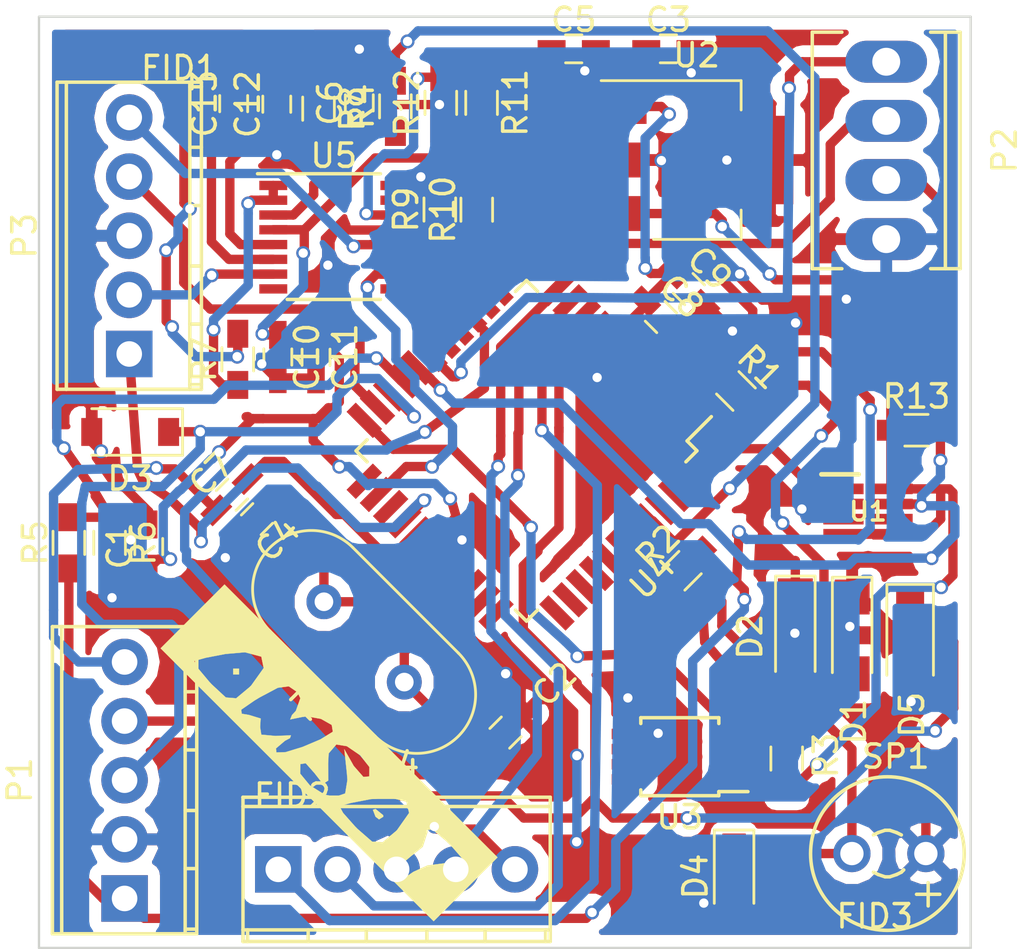
<source format=kicad_pcb>
(kicad_pcb (version 4) (host pcbnew 4.0.4-stable)
  (layers (0 F.Cu signal) (31 B.Cu signal) (34 B.Paste user) (35 F.Paste user) (36 B.SilkS user) (37 F.SilkS user) (38 B.Mask user) (39 F.Mask user) (44 Edge.Cuts user))
  (net 0 "")
  (net 1 /RA6)
  (net 2 GND)
  (net 3 /RA7)
  (net 4 /F_BEA)
  (net 5 VCC)
  (net 6 "Net-(D1-Pad2)")
  (net 7 /BUZZER)
  (net 8 /PWD)
  (net 9 /SOL)
  (net 10 /DIS)
  (net 11 /PGD)
  (net 12 /PGC)
  (net 13 /ENA)
  (net 14 /TEMP)
  (net 15 /WDI)
  (net 16 /~WDO)
  (net 17 VDD)
  (net 18 /AGC)
  (net 19 /LED_G)
  (net 20 "Net-(R7-Pad1)")
  (net 21 "Net-(R10-Pad2)")
  (net 22 /F_RF_IN)
  (net 23 "Net-(R11-Pad1)")
  (net 24 "Net-(U5-Pad15)")
  (net 25 /PTT)
  (net 26 /RPT)
  (net 27 /HIPWR)
  (net 28 /BEACON_ON)
  (net 29 /VBAT)
  (net 30 /BEACON_MODE)
  (net 31 /RF_IN)
  (net 32 "Net-(C6-Pad1)")
  (net 33 "Net-(C13-Pad1)")
  (net 34 "Net-(C13-Pad2)")
  (net 35 "Net-(C12-Pad2)")
  (net 36 "Net-(D2-Pad2)")
  (net 37 /LED_R)
  (net 38 "Net-(C7-Pad2)")
  (module Fiducials:Fiducial_1mm_Dia_2.54mm_Outer_CopperTop (layer F.Cu) (at 44.55 196.06)
    (fp_text reference FID3 (at 3.4 0.7) (layer F.SilkS))
    (fp_text value FIDUCIAL)
    (pad ~ smd circle (at 0 0) (size 1 1) (layers F.Cu F.Mask) (clearance 0.77))
  )
  (module Fiducials:Fiducial_1mm_Dia_2.54mm_Outer_CopperTop (layer F.Cu) (at 14.69 159.62)
    (fp_text reference FID1 (at 3.4 0.7) (layer F.SilkS))
    (fp_text value FIDUCIAL)
    (pad ~ smd circle (at 0 0) (size 1 1) (layers F.Cu F.Mask) (clearance 0.77))
  )
  (module Fiducials:Fiducial_1mm_Dia_2.54mm_Outer_CopperTop (layer F.Cu) (at 19.54 190.88)
    (fp_text reference FID2 (at 3.4 0.7) (layer F.SilkS))
    (fp_text value FIDUCIAL)
    (pad ~ smd circle (at 0 0) (size 1 1) (layers F.Cu F.Mask) (clearance 0.77))
  )
  (module Housings_QFP:LQFP-44_10x10mm_Pitch0.8mm (layer F.Cu) (at 32.99714 176.76368 225)
    (fp_text reference U4 (at 0 -7.65 225) (layer F.SilkS))
    (fp_text value PIC18F45K22)
    (pad 1 smd rect (at -5.85 -4 225) (size 1.6 0.56) (layers F.Cu F.Paste F.Mask))
    (pad 2 smd rect (at -5.85 -3.2 225) (size 1.6 0.56) (layers F.Cu F.Paste F.Mask) (net 19 /LED_G))
    (pad 3 smd rect (at -5.85 -2.4 225) (size 1.6 0.56) (layers F.Cu F.Paste F.Mask) (net 15 /WDI))
    (pad 4 smd rect (at -5.85 -1.6 225) (size 1.6 0.56) (layers F.Cu F.Paste F.Mask))
    (pad 5 smd rect (at -5.85 -0.8 225) (size 1.6 0.56) (layers F.Cu F.Paste F.Mask))
    (pad 6 smd rect (at -5.85 0 225) (size 1.6 0.56) (layers F.Cu F.Paste F.Mask) (net 2 GND))
    (pad 7 smd rect (at -5.85 0.8 225) (size 1.6 0.56) (layers F.Cu F.Paste F.Mask) (net 17 VDD))
    (pad 8 smd rect (at -5.85 1.6 225) (size 1.6 0.56) (layers F.Cu F.Paste F.Mask) (net 8 /PWD))
    (pad 9 smd rect (at -5.85 2.4 225) (size 1.6 0.56) (layers F.Cu F.Paste F.Mask) (net 25 /PTT))
    (pad 10 smd rect (at -5.85 3.2 225) (size 1.6 0.56) (layers F.Cu F.Paste F.Mask) (net 26 /RPT))
    (pad 11 smd rect (at -5.85 4 225) (size 1.6 0.56) (layers F.Cu F.Paste F.Mask) (net 27 /HIPWR))
    (pad 12 smd rect (at -4 5.85 315) (size 1.6 0.56) (layers F.Cu F.Paste F.Mask))
    (pad 13 smd rect (at -3.2 5.85 315) (size 1.6 0.56) (layers F.Cu F.Paste F.Mask))
    (pad 14 smd rect (at -2.4 5.85 315) (size 1.6 0.56) (layers F.Cu F.Paste F.Mask) (net 30 /BEACON_MODE))
    (pad 15 smd rect (at -1.6 5.85 315) (size 1.6 0.56) (layers F.Cu F.Paste F.Mask))
    (pad 16 smd rect (at -0.8 5.85 315) (size 1.6 0.56) (layers F.Cu F.Paste F.Mask) (net 12 /PGC))
    (pad 17 smd rect (at 0 5.85 315) (size 1.6 0.56) (layers F.Cu F.Paste F.Mask) (net 11 /PGD))
    (pad 18 smd rect (at 0.8 5.85 315) (size 1.6 0.56) (layers F.Cu F.Paste F.Mask) (net 16 /~WDO))
    (pad 19 smd rect (at 1.6 5.85 315) (size 1.6 0.56) (layers F.Cu F.Paste F.Mask) (net 29 /VBAT))
    (pad 20 smd rect (at 2.4 5.85 315) (size 1.6 0.56) (layers F.Cu F.Paste F.Mask) (net 9 /SOL))
    (pad 21 smd rect (at 3.2 5.85 315) (size 1.6 0.56) (layers F.Cu F.Paste F.Mask) (net 18 /AGC))
    (pad 22 smd rect (at 4 5.85 315) (size 1.6 0.56) (layers F.Cu F.Paste F.Mask) (net 14 /TEMP))
    (pad 23 smd rect (at 5.85 4 225) (size 1.6 0.56) (layers F.Cu F.Paste F.Mask))
    (pad 24 smd rect (at 5.85 3.2 225) (size 1.6 0.56) (layers F.Cu F.Paste F.Mask) (net 22 /F_RF_IN))
    (pad 25 smd rect (at 5.85 2.4 225) (size 1.6 0.56) (layers F.Cu F.Paste F.Mask))
    (pad 26 smd rect (at 5.85 1.6 225) (size 1.6 0.56) (layers F.Cu F.Paste F.Mask) (net 13 /ENA))
    (pad 27 smd rect (at 5.85 0.8 225) (size 1.6 0.56) (layers F.Cu F.Paste F.Mask) (net 38 "Net-(C7-Pad2)"))
    (pad 28 smd rect (at 5.85 0 225) (size 1.6 0.56) (layers F.Cu F.Paste F.Mask) (net 5 VCC))
    (pad 29 smd rect (at 5.85 -0.8 225) (size 1.6 0.56) (layers F.Cu F.Paste F.Mask) (net 2 GND))
    (pad 30 smd rect (at 5.85 -1.6 225) (size 1.6 0.56) (layers F.Cu F.Paste F.Mask) (net 3 /RA7))
    (pad 31 smd rect (at 5.85 -2.4 225) (size 1.6 0.56) (layers F.Cu F.Paste F.Mask) (net 1 /RA6))
    (pad 32 smd rect (at 5.85 -3.2 225) (size 1.6 0.56) (layers F.Cu F.Paste F.Mask))
    (pad 33 smd rect (at 5.85 -4 225) (size 1.6 0.56) (layers F.Cu F.Paste F.Mask))
    (pad 34 smd rect (at 4 -5.85 315) (size 1.6 0.56) (layers F.Cu F.Paste F.Mask))
    (pad 35 smd rect (at 3.2 -5.85 315) (size 1.6 0.56) (layers F.Cu F.Paste F.Mask))
    (pad 36 smd rect (at 2.4 -5.85 315) (size 1.6 0.56) (layers F.Cu F.Paste F.Mask))
    (pad 37 smd rect (at 1.6 -5.85 315) (size 1.6 0.56) (layers F.Cu F.Paste F.Mask))
    (pad 38 smd rect (at 0.8 -5.85 315) (size 1.6 0.56) (layers F.Cu F.Paste F.Mask))
    (pad 39 smd rect (at 0 -5.85 315) (size 1.6 0.56) (layers F.Cu F.Paste F.Mask) (net 37 /LED_R))
    (pad 40 smd rect (at -0.8 -5.85 315) (size 1.6 0.56) (layers F.Cu F.Paste F.Mask) (net 7 /BUZZER))
    (pad 41 smd rect (at -1.6 -5.85 315) (size 1.6 0.56) (layers F.Cu F.Paste F.Mask) (net 28 /BEACON_ON))
    (pad 42 smd rect (at -2.4 -5.85 315) (size 1.6 0.56) (layers F.Cu F.Paste F.Mask))
    (pad 43 smd rect (at -3.2 -5.85 315) (size 1.6 0.56) (layers F.Cu F.Paste F.Mask))
    (pad 44 smd rect (at -4 -5.85 315) (size 1.6 0.56) (layers F.Cu F.Paste F.Mask))
  )
  (module LEDs:LED_1206 (layer F.Cu) (at 46.98 184.695 270)
    (fp_text reference D1 (at 3.705 -0.07 270) (layer F.SilkS))
    (fp_text value LED)
    (pad 2 smd rect (at 1.65 0 90) (size 1.5 1.5) (layers F.Cu F.Paste F.Mask) (net 6 "Net-(D1-Pad2)"))
    (pad 1 smd rect (at -1.65 0 90) (size 1.5 1.5) (layers F.Cu F.Paste F.Mask) (net 2 GND))
  )
  (module Buzzers_Beepers:MagneticBuzzer_Kingstate_KCG0601 (layer F.Cu) (at 46.96968 194.06616)
    (fp_text reference SP1 (at 1.88032 -4.16616) (layer F.SilkS))
    (fp_text value SPEAKER)
    (pad 1 thru_hole circle (at 0 0) (size 1.6002 1.6002) (drill 1.00076) (layers *.Cu *.Mask) (net 7 /BUZZER))
    (pad 2 thru_hole circle (at 3.175 0) (size 1.6002 1.6002) (drill 1.00076) (layers *.Cu *.Mask) (net 2 GND))
  )
  (module Crystals:Crystal_HC49-4H_Vertical (layer F.Cu) (at 27.75 186.7 135)
    (fp_text reference Y1 (at 2.44 -3.525 135) (layer F.SilkS))
    (fp_text value Crystal)
    (pad 1 thru_hole circle (at 0 0 135) (size 1.5 1.5) (drill 0.8) (layers *.Cu *.Mask) (net 1 /RA6))
    (pad 2 thru_hole circle (at 4.88 0 135) (size 1.5 1.5) (drill 0.8) (layers *.Cu *.Mask) (net 3 /RA7))
  )
  (module smd-semi:SOT-23-8 (layer F.Cu) (at 47.66 179.375)
    (fp_text reference U1 (at 0 0) (layer F.SilkS) (effects (font (size 0.8 0.8))))
    (fp_text value MAX6369)
    (pad 1 smd rect (at -1.054 -0.975 270) (size 0.457 1.727) (layers F.Cu F.Paste F.Mask) (net 15 /WDI))
    (pad 2 smd rect (at -1.054 -0.325 270) (size 0.457 1.727) (layers F.Cu F.Paste F.Mask) (net 2 GND))
    (pad 3 smd rect (at -1.054 0.325 270) (size 0.457 1.727) (layers F.Cu F.Paste F.Mask))
    (pad 4 smd rect (at -1.054 0.975 270) (size 0.457 1.727) (layers F.Cu F.Paste F.Mask) (net 5 VCC))
    (pad 5 smd rect (at 1.054 0.975 270) (size 0.457 1.727) (layers F.Cu F.Paste F.Mask) (net 5 VCC))
    (pad 6 smd rect (at 1.054 0.325 270) (size 0.457 1.727) (layers F.Cu F.Paste F.Mask) (net 5 VCC))
    (pad 7 smd rect (at 1.054 -0.325 270) (size 0.457 1.727) (layers F.Cu F.Paste F.Mask) (net 16 /~WDO))
    (pad 8 smd rect (at 1.054 -0.975 270) (size 0.457 1.727) (layers F.Cu F.Paste F.Mask) (net 5 VCC))
  )
  (module Diodes_SMD:D_SOD-123 (layer F.Cu) (at 49.47 184.755 270)
    (fp_text reference D5 (at 3.345 -0.08 270) (layer F.SilkS))
    (fp_text value ZENER)
    (pad 1 smd rect (at -1.65 0 270) (size 0.9 1.2) (layers F.Cu F.Paste F.Mask) (net 8 /PWD))
    (pad 2 smd rect (at 1.65 0 270) (size 0.9 1.2) (layers F.Cu F.Paste F.Mask) (net 2 GND))
  )
  (module Capacitors_SMD:C_0603_HandSoldering (layer F.Cu) (at 16.77684 180.87824 90)
    (fp_text reference C1 (at 0 -1.25 90) (layer F.SilkS))
    (fp_text value 100nF)
    (pad 1 smd rect (at -0.95 0 90) (size 1.2 0.75) (layers F.Cu F.Paste F.Mask) (net 5 VCC))
    (pad 2 smd rect (at 0.95 0 90) (size 1.2 0.75) (layers F.Cu F.Paste F.Mask) (net 2 GND))
  )
  (module Capacitors_SMD:C_0603_HandSoldering (layer F.Cu) (at 32.09544 188.86932 45)
    (fp_text reference C2 (at 2.951379 0.024918 45) (layer F.SilkS))
    (fp_text value 18pF)
    (pad 1 smd rect (at -0.95 0 45) (size 1.2 0.75) (layers F.Cu F.Paste F.Mask) (net 1 /RA6))
    (pad 2 smd rect (at 0.95 0 45) (size 1.2 0.75) (layers F.Cu F.Paste F.Mask) (net 2 GND))
  )
  (module Capacitors_SMD:C_0603_HandSoldering (layer F.Cu) (at 39.089 159.496)
    (fp_text reference C3 (at 0 -1.25) (layer F.SilkS))
    (fp_text value 1uF)
    (pad 1 smd rect (at -0.95 0) (size 1.2 0.75) (layers F.Cu F.Paste F.Mask) (net 17 VDD))
    (pad 2 smd rect (at 0.95 0) (size 1.2 0.75) (layers F.Cu F.Paste F.Mask) (net 2 GND))
  )
  (module Capacitors_SMD:C_0603_HandSoldering (layer F.Cu) (at 21.425 179.7 225)
    (fp_text reference C4 (at 0 -1.25 225) (layer F.SilkS))
    (fp_text value 18pF)
    (pad 1 smd rect (at -0.95 0 225) (size 1.2 0.75) (layers F.Cu F.Paste F.Mask) (net 3 /RA7))
    (pad 2 smd rect (at 0.95 0 225) (size 1.2 0.75) (layers F.Cu F.Paste F.Mask) (net 2 GND))
  )
  (module Capacitors_SMD:C_0603_HandSoldering (layer F.Cu) (at 35.025 159.496)
    (fp_text reference C5 (at 0 -1.25) (layer F.SilkS))
    (fp_text value 1uF)
    (pad 1 smd rect (at -0.95 0) (size 1.2 0.75) (layers F.Cu F.Paste F.Mask) (net 5 VCC))
    (pad 2 smd rect (at 0.95 0) (size 1.2 0.75) (layers F.Cu F.Paste F.Mask) (net 2 GND))
  )
  (module Capacitors_SMD:C_0603_HandSoldering (layer F.Cu) (at 20.35 178.65 45)
    (fp_text reference C7 (at 0 -1.25 45) (layer F.SilkS))
    (fp_text value 100nF)
    (pad 1 smd rect (at -0.95 0 45) (size 1.2 0.75) (layers F.Cu F.Paste F.Mask) (net 10 /DIS))
    (pad 2 smd rect (at 0.95 0 45) (size 1.2 0.75) (layers F.Cu F.Paste F.Mask) (net 38 "Net-(C7-Pad2)"))
  )
  (module Capacitors_SMD:C_0603_HandSoldering (layer F.Cu) (at 38.76816 171.01676 315)
    (fp_text reference C8 (at 0 -1.25 315) (layer F.SilkS))
    (fp_text value 10nF)
    (pad 1 smd rect (at -0.95 0 315) (size 1.2 0.75) (layers F.Cu F.Paste F.Mask) (net 17 VDD))
    (pad 2 smd rect (at 0.95 0 315) (size 1.2 0.75) (layers F.Cu F.Paste F.Mask) (net 2 GND))
  )
  (module Capacitors_SMD:C_0603_HandSoldering (layer F.Cu) (at 39.96816 169.81676 315)
    (fp_text reference C9 (at 0 -1.25 315) (layer F.SilkS))
    (fp_text value 100nF)
    (pad 1 smd rect (at -0.95 0 315) (size 1.2 0.75) (layers F.Cu F.Paste F.Mask) (net 17 VDD))
    (pad 2 smd rect (at 0.95 0 315) (size 1.2 0.75) (layers F.Cu F.Paste F.Mask) (net 2 GND))
  )
  (module Capacitors_SMD:C_0603_HandSoldering (layer F.Cu) (at 22.32 172.735 270)
    (fp_text reference C10 (at 0 -1.25 270) (layer F.SilkS))
    (fp_text value 10nF)
    (pad 1 smd rect (at -0.95 0 270) (size 1.2 0.75) (layers F.Cu F.Paste F.Mask) (net 5 VCC))
    (pad 2 smd rect (at 0.95 0 270) (size 1.2 0.75) (layers F.Cu F.Paste F.Mask) (net 2 GND))
  )
  (module Capacitors_SMD:C_0603_HandSoldering (layer F.Cu) (at 22.275 161.875 90)
    (fp_text reference C12 (at 0 -1.25 90) (layer F.SilkS))
    (fp_text value 10nF)
    (pad 1 smd rect (at -0.95 0 90) (size 1.2 0.75) (layers F.Cu F.Paste F.Mask) (net 2 GND))
    (pad 2 smd rect (at 0.95 0 90) (size 1.2 0.75) (layers F.Cu F.Paste F.Mask) (net 35 "Net-(C12-Pad2)"))
  )
  (module Capacitors_SMD:C_0603_HandSoldering (layer F.Cu) (at 20.425 161.85 90)
    (fp_text reference C13 (at 0 -1.25 90) (layer F.SilkS))
    (fp_text value 10nF)
    (pad 1 smd rect (at -0.95 0 90) (size 1.2 0.75) (layers F.Cu F.Paste F.Mask) (net 33 "Net-(C13-Pad1)"))
    (pad 2 smd rect (at 0.95 0 90) (size 1.2 0.75) (layers F.Cu F.Paste F.Mask) (net 34 "Net-(C13-Pad2)"))
  )
  (module Resistors_SMD:R_0603_HandSoldering (layer F.Cu) (at 41.99 174.195 315)
    (fp_text reference R1 (at 0 -1.45 315) (layer F.SilkS))
    (fp_text value 470)
    (pad 1 smd rect (at -1.1 0 315) (size 1.2 0.9) (layers F.Cu F.Paste F.Mask) (net 19 /LED_G))
    (pad 2 smd rect (at 1.1 0 315) (size 1.2 0.9) (layers F.Cu F.Paste F.Mask) (net 6 "Net-(D1-Pad2)"))
  )
  (module Resistors_SMD:R_0603_HandSoldering (layer F.Cu) (at 39.66816 181.91676 45)
    (fp_text reference R2 (at 0 -1.45 45) (layer F.SilkS))
    (fp_text value 470)
    (pad 1 smd rect (at -1.1 0 45) (size 1.2 0.9) (layers F.Cu F.Paste F.Mask) (net 37 /LED_R))
    (pad 2 smd rect (at 1.1 0 45) (size 1.2 0.9) (layers F.Cu F.Paste F.Mask) (net 36 "Net-(D2-Pad2)"))
  )
  (module Resistors_SMD:R_0603_HandSoldering (layer F.Cu) (at 44.17 189.985 90)
    (fp_text reference R3 (at 0.135 1.68 90) (layer F.SilkS))
    (fp_text value 4K7)
    (pad 1 smd rect (at -1.1 0 90) (size 1.2 0.9) (layers F.Cu F.Paste F.Mask) (net 5 VCC))
    (pad 2 smd rect (at 1.1 0 90) (size 1.2 0.9) (layers F.Cu F.Paste F.Mask) (net 14 /TEMP))
  )
  (module Resistors_SMD:R_0603_HandSoldering (layer F.Cu) (at 27.36816 161.96676 90)
    (fp_text reference R4 (at 0 -1.45 90) (layer F.SilkS))
    (fp_text value 6,19K)
    (pad 1 smd rect (at -1.1 0 90) (size 1.2 0.9) (layers F.Cu F.Paste F.Mask) (net 32 "Net-(C6-Pad1)"))
    (pad 2 smd rect (at 1.1 0 90) (size 1.2 0.9) (layers F.Cu F.Paste F.Mask) (net 28 /BEACON_ON))
  )
  (module Resistors_SMD:R_0603_HandSoldering (layer F.Cu) (at 13.34684 180.71824 90)
    (fp_text reference R5 (at 0 -1.45 90) (layer F.SilkS))
    (fp_text value 4K7)
    (pad 1 smd rect (at -1.1 0 90) (size 1.2 0.9) (layers F.Cu F.Paste F.Mask) (net 17 VDD))
    (pad 2 smd rect (at 1.1 0 90) (size 1.2 0.9) (layers F.Cu F.Paste F.Mask) (net 29 /VBAT))
  )
  (module Resistors_SMD:R_0603_HandSoldering (layer F.Cu) (at 15.09684 180.71824 270)
    (fp_text reference R6 (at 0 -1.45 270) (layer F.SilkS))
    (fp_text value 10K)
    (pad 1 smd rect (at -1.1 0 270) (size 1.2 0.9) (layers F.Cu F.Paste F.Mask) (net 29 /VBAT))
    (pad 2 smd rect (at 1.1 0 270) (size 1.2 0.9) (layers F.Cu F.Paste F.Mask) (net 2 GND))
  )
  (module Resistors_SMD:R_0603_HandSoldering (layer F.Cu) (at 20.6 172.835 90)
    (fp_text reference R7 (at 0 -1.45 90) (layer F.SilkS))
    (fp_text value 4,99K)
    (pad 1 smd rect (at -1.1 0 90) (size 1.2 0.9) (layers F.Cu F.Paste F.Mask) (net 20 "Net-(R7-Pad1)"))
    (pad 2 smd rect (at 1.1 0 90) (size 1.2 0.9) (layers F.Cu F.Paste F.Mask) (net 34 "Net-(C13-Pad2)"))
  )
  (module Resistors_SMD:R_0603_HandSoldering (layer F.Cu) (at 24.06816 162.06676 270)
    (fp_text reference R8 (at 0 -1.45 270) (layer F.SilkS))
    (fp_text value 6,65K)
    (pad 1 smd rect (at -1.1 0 270) (size 1.2 0.9) (layers F.Cu F.Paste F.Mask) (net 34 "Net-(C13-Pad2)"))
    (pad 2 smd rect (at 1.1 0 270) (size 1.2 0.9) (layers F.Cu F.Paste F.Mask) (net 35 "Net-(C12-Pad2)"))
  )
  (module Resistors_SMD:R_0603_HandSoldering (layer F.Cu) (at 29.275 166.4 90)
    (fp_text reference R9 (at 0 -1.45 90) (layer F.SilkS))
    (fp_text value R)
    (pad 1 smd rect (at -1.1 0 90) (size 1.2 0.9) (layers F.Cu F.Paste F.Mask) (net 21 "Net-(R10-Pad2)"))
    (pad 2 smd rect (at 1.1 0 90) (size 1.2 0.9) (layers F.Cu F.Paste F.Mask) (net 2 GND))
  )
  (module Resistors_SMD:R_0603_HandSoldering (layer F.Cu) (at 30.861 166.40556 90)
    (fp_text reference R10 (at 0 -1.45 90) (layer F.SilkS))
    (fp_text value R)
    (pad 1 smd rect (at -1.1 0 90) (size 1.2 0.9) (layers F.Cu F.Paste F.Mask) (net 22 /F_RF_IN))
    (pad 2 smd rect (at 1.1 0 90) (size 1.2 0.9) (layers F.Cu F.Paste F.Mask) (net 21 "Net-(R10-Pad2)"))
  )
  (module Resistors_SMD:R_0603_HandSoldering (layer F.Cu) (at 31.06816 161.81676 270)
    (fp_text reference R11 (at 0 -1.45 270) (layer F.SilkS))
    (fp_text value R)
    (pad 1 smd rect (at -1.1 0 270) (size 1.2 0.9) (layers F.Cu F.Paste F.Mask) (net 23 "Net-(R11-Pad1)"))
    (pad 2 smd rect (at 1.1 0 270) (size 1.2 0.9) (layers F.Cu F.Paste F.Mask) (net 5 VCC))
  )
  (module Resistors_SMD:R_0603_HandSoldering (layer F.Cu) (at 29.31816 161.81676 90)
    (fp_text reference R12 (at 0 -1.45 90) (layer F.SilkS))
    (fp_text value R)
    (pad 1 smd rect (at -1.1 0 90) (size 1.2 0.9) (layers F.Cu F.Paste F.Mask) (net 2 GND))
    (pad 2 smd rect (at 1.1 0 90) (size 1.2 0.9) (layers F.Cu F.Paste F.Mask) (net 23 "Net-(R11-Pad1)"))
  )
  (module Housings_SSOP:SSOP-16_3.9x4.9mm_Pitch0.635mm (layer F.Cu) (at 24.72436 167.58666)
    (fp_text reference U5 (at 0 -3.5) (layer F.SilkS))
    (fp_text value LT6005)
    (pad 1 smd rect (at -2.6 -2.2225) (size 1.2 0.4) (layers F.Cu F.Paste F.Mask) (net 20 "Net-(R7-Pad1)"))
    (pad 2 smd rect (at -2.6 -1.5875) (size 1.2 0.4) (layers F.Cu F.Paste F.Mask) (net 20 "Net-(R7-Pad1)"))
    (pad 3 smd rect (at -2.6 -0.9525) (size 1.2 0.4) (layers F.Cu F.Paste F.Mask) (net 32 "Net-(C6-Pad1)"))
    (pad 4 smd rect (at -2.6 -0.3175) (size 1.2 0.4) (layers F.Cu F.Paste F.Mask) (net 5 VCC))
    (pad 5 smd rect (at -2.6 0.3175) (size 1.2 0.4) (layers F.Cu F.Paste F.Mask) (net 35 "Net-(C12-Pad2)"))
    (pad 6 smd rect (at -2.6 0.9525) (size 1.2 0.4) (layers F.Cu F.Paste F.Mask) (net 33 "Net-(C13-Pad1)"))
    (pad 7 smd rect (at -2.6 1.5875) (size 1.2 0.4) (layers F.Cu F.Paste F.Mask) (net 4 /F_BEA))
    (pad 8 smd rect (at -2.6 2.2225) (size 1.2 0.4) (layers F.Cu F.Paste F.Mask))
    (pad 9 smd rect (at 2.6 2.2225) (size 1.2 0.4) (layers F.Cu F.Paste F.Mask))
    (pad 10 smd rect (at 2.6 1.5875) (size 1.2 0.4) (layers F.Cu F.Paste F.Mask) (net 22 /F_RF_IN))
    (pad 11 smd rect (at 2.6 0.9525) (size 1.2 0.4) (layers F.Cu F.Paste F.Mask) (net 21 "Net-(R10-Pad2)"))
    (pad 12 smd rect (at 2.6 0.3175) (size 1.2 0.4) (layers F.Cu F.Paste F.Mask) (net 31 /RF_IN))
    (pad 13 smd rect (at 2.6 -0.3175) (size 1.2 0.4) (layers F.Cu F.Paste F.Mask) (net 2 GND))
    (pad 14 smd rect (at 2.6 -0.9525) (size 1.2 0.4) (layers F.Cu F.Paste F.Mask) (net 23 "Net-(R11-Pad1)"))
    (pad 15 smd rect (at 2.6 -1.5875) (size 1.2 0.4) (layers F.Cu F.Paste F.Mask) (net 24 "Net-(U5-Pad15)"))
    (pad 16 smd rect (at 2.6 -2.2225) (size 1.2 0.4) (layers F.Cu F.Paste F.Mask) (net 24 "Net-(U5-Pad15)"))
  )
  (module Sockets_MOLEX_KK-System:Socket_MOLEX-KK-RM2-54mm_Lock_4pin_straight (layer F.Cu) (at 48.44288 163.86048 270)
    (fp_text reference P2 (at 0 -5.08 270) (layer F.SilkS))
    (fp_text value CONN_01X04)
    (pad 1 thru_hole oval (at -3.81 0 270) (size 1.80086 3.50012) (drill 1.19888) (layers *.Cu *.Mask) (net 11 /PGD))
    (pad 2 thru_hole oval (at -1.27 0 270) (size 1.80086 3.50012) (drill 1.19888) (layers *.Cu *.Mask) (net 12 /PGC))
    (pad 3 thru_hole oval (at 1.27 0 270) (size 1.80086 3.50012) (drill 1.19888) (layers *.Cu *.Mask) (net 5 VCC))
    (pad 4 thru_hole oval (at 3.81 0 270) (size 1.80086 3.50012) (drill 1.19888) (layers *.Cu *.Mask) (net 2 GND))
  )
  (module Capacitors_SMD:C_0603_HandSoldering (layer F.Cu) (at 25.81816 161.81676 90)
    (fp_text reference C6 (at 0 -1.25 90) (layer F.SilkS))
    (fp_text value 10nF)
    (pad 1 smd rect (at -0.95 0 90) (size 1.2 0.75) (layers F.Cu F.Paste F.Mask) (net 32 "Net-(C6-Pad1)"))
    (pad 2 smd rect (at 0.95 0 90) (size 1.2 0.75) (layers F.Cu F.Paste F.Mask) (net 2 GND))
  )
  (module Capacitors_SMD:C_0603_HandSoldering (layer F.Cu) (at 23.96 172.745 270)
    (fp_text reference C11 (at 0 -1.25 270) (layer F.SilkS))
    (fp_text value 100nF)
    (pad 1 smd rect (at -0.95 0 270) (size 1.2 0.75) (layers F.Cu F.Paste F.Mask) (net 5 VCC))
    (pad 2 smd rect (at 0.95 0 270) (size 1.2 0.75) (layers F.Cu F.Paste F.Mask) (net 2 GND))
  )
  (module LEDs:LED_1206 (layer F.Cu) (at 44.54 184.645 270)
    (fp_text reference D2 (at 0.105 1.94 270) (layer F.SilkS))
    (fp_text value LED)
    (pad 2 smd rect (at 1.65 0 90) (size 1.5 1.5) (layers F.Cu F.Paste F.Mask) (net 36 "Net-(D2-Pad2)"))
    (pad 1 smd rect (at -1.65 0 90) (size 1.5 1.5) (layers F.Cu F.Paste F.Mask) (net 2 GND))
  )
  (module Diodes_SMD:D_SOD-123 (layer F.Cu) (at 15.98 175.955 180)
    (fp_text reference D3 (at 0 -2 180) (layer F.SilkS))
    (fp_text value ZENER)
    (pad 1 smd rect (at -1.65 0 180) (size 0.9 1.2) (layers F.Cu F.Paste F.Mask) (net 9 /SOL))
    (pad 2 smd rect (at 1.65 0 180) (size 0.9 1.2) (layers F.Cu F.Paste F.Mask) (net 2 GND))
  )
  (module SOT-223 (layer F.Cu) (at 40.30218 164.27196)
    (fp_text reference U2 (at 0 -4.5) (layer F.SilkS))
    (fp_text value TC1262-30VDB)
    (pad 4 smd rect (at 3.15 0) (size 2 3.8) (layers F.Cu F.Paste F.Mask) (net 2 GND))
    (pad 2 smd rect (at -3.15 0) (size 2 1.5) (layers F.Cu F.Paste F.Mask) (net 2 GND))
    (pad 3 smd rect (at -3.15 2.3) (size 2 1.5) (layers F.Cu F.Paste F.Mask) (net 5 VCC))
    (pad 1 smd rect (at -3.15 -2.3) (size 2 1.5) (layers F.Cu F.Paste F.Mask) (net 17 VDD))
  )
  (module Diodes_SMD:D_SOD-323_HandSoldering (layer F.Cu) (at 41.91 194.955 270)
    (fp_text reference D4 (at 0.095 1.66 270) (layer F.SilkS))
    (fp_text value ZENER)
    (pad 1 smd rect (at -1.25 0 270) (size 1 1) (layers F.Cu F.Paste F.Mask) (net 7 /BUZZER))
    (pad 2 smd rect (at 1.25 0 270) (size 1 1) (layers F.Cu F.Paste F.Mask) (net 2 GND))
  )
  (module Housings_SSOP:MSOP-8_3x3mm_Pitch0.65mm (layer F.Cu) (at 39.58 189.905 180)
    (fp_text reference U3 (at 0 -2.6 180) (layer F.SilkS))
    (fp_text value DS18B20)
    (pad 1 smd rect (at -2.2 -0.975 180) (size 1.45 0.45) (layers F.Cu F.Paste F.Mask))
    (pad 2 smd rect (at -2.2 -0.325 180) (size 1.45 0.45) (layers F.Cu F.Paste F.Mask))
    (pad 3 smd rect (at -2.2 0.325 180) (size 1.45 0.45) (layers F.Cu F.Paste F.Mask))
    (pad 4 smd rect (at -2.2 0.975 180) (size 1.45 0.45) (layers F.Cu F.Paste F.Mask) (net 14 /TEMP))
    (pad 5 smd rect (at 2.2 0.975 180) (size 1.45 0.45) (layers F.Cu F.Paste F.Mask) (net 2 GND))
    (pad 6 smd rect (at 2.2 0.325 180) (size 1.45 0.45) (layers F.Cu F.Paste F.Mask))
    (pad 7 smd rect (at 2.2 -0.325 180) (size 1.45 0.45) (layers F.Cu F.Paste F.Mask))
    (pad 8 smd rect (at 2.2 -0.975 180) (size 1.45 0.45) (layers F.Cu F.Paste F.Mask))
  )
  (module Connectors_Terminal_Blocks:TerminalBlock_Pheonix_MPT-2.54mm_5pol (layer F.Cu) (at 15.74 195.995 90)
    (fp_text reference P1 (at 5.08 -4.50088 90) (layer F.SilkS))
    (fp_text value CONN_01X05)
    (pad 4 thru_hole oval (at 7.62 0 270) (size 1.99898 1.99898) (drill 1.09728) (layers *.Cu *.Mask) (net 8 /PWD))
    (pad 1 thru_hole rect (at 0 0 270) (size 1.99898 1.99898) (drill 1.09728) (layers *.Cu *.Mask) (net 17 VDD))
    (pad 2 thru_hole oval (at 2.54 0 270) (size 1.99898 1.99898) (drill 1.09728) (layers *.Cu *.Mask) (net 2 GND))
    (pad 3 thru_hole oval (at 5.08 0 270) (size 1.99898 1.99898) (drill 1.09728) (layers *.Cu *.Mask) (net 9 /SOL))
    (pad 5 thru_hole oval (at 10.16 0 270) (size 1.99898 1.99898) (drill 1.09728) (layers *.Cu *.Mask) (net 10 /DIS))
  )
  (module Connectors_Terminal_Blocks:TerminalBlock_Pheonix_MPT-2.54mm_5pol (layer F.Cu) (at 15.94 172.605 90)
    (fp_text reference P3 (at 5.08 -4.50088 90) (layer F.SilkS))
    (fp_text value CONN_01X05)
    (pad 4 thru_hole oval (at 7.62 0 270) (size 1.99898 1.99898) (drill 1.09728) (layers *.Cu *.Mask) (net 18 /AGC))
    (pad 1 thru_hole rect (at 0 0 270) (size 1.99898 1.99898) (drill 1.09728) (layers *.Cu *.Mask) (net 13 /ENA))
    (pad 2 thru_hole oval (at 2.54 0 270) (size 1.99898 1.99898) (drill 1.09728) (layers *.Cu *.Mask) (net 4 /F_BEA))
    (pad 3 thru_hole oval (at 5.08 0 270) (size 1.99898 1.99898) (drill 1.09728) (layers *.Cu *.Mask) (net 2 GND))
    (pad 5 thru_hole oval (at 10.16 0 270) (size 1.99898 1.99898) (drill 1.09728) (layers *.Cu *.Mask) (net 31 /RF_IN))
  )
  (module Connectors_Terminal_Blocks:TerminalBlock_Pheonix_MPT-2.54mm_5pol (layer F.Cu) (at 22.34 194.745)
    (fp_text reference P4 (at 5.08 -4.50088) (layer F.SilkS))
    (fp_text value CONN_01X05)
    (pad 4 thru_hole oval (at 7.62 0 180) (size 1.99898 1.99898) (drill 1.09728) (layers *.Cu *.Mask) (net 27 /HIPWR))
    (pad 1 thru_hole rect (at 0 0 180) (size 1.99898 1.99898) (drill 1.09728) (layers *.Cu *.Mask) (net 25 /PTT))
    (pad 2 thru_hole oval (at 2.54 0 180) (size 1.99898 1.99898) (drill 1.09728) (layers *.Cu *.Mask) (net 26 /RPT))
    (pad 3 thru_hole oval (at 5.08 0 180) (size 1.99898 1.99898) (drill 1.09728) (layers *.Cu *.Mask) (net 2 GND))
    (pad 5 thru_hole oval (at 10.16 0 180) (size 1.99898 1.99898) (drill 1.09728) (layers *.Cu *.Mask) (net 30 /BEACON_MODE))
  )
  (module Resistors_SMD:R_0603_HandSoldering (layer F.Cu) (at 49.74 175.88)
    (fp_text reference R13 (at 0 -1.45) (layer F.SilkS))
    (fp_text value 10K)
    (pad 1 smd rect (at -1.1 0) (size 1.2 0.9) (layers F.Cu F.Paste F.Mask) (net 5 VCC))
    (pad 2 smd rect (at 1.1 0) (size 1.2 0.9) (layers F.Cu F.Paste F.Mask) (net 16 /~WDO))
  )
  (module imagenes:amsat-palabra-70 (layer F.Cu) (at 24.52 189.49 315)
    (fp_text reference G*** hide)
    (fp_text value LOGO hide)
  )
  (gr_line (start 12.065 158.115) (end 52.065 158.115) (angle 90) (layer Edge.Cuts) (width 0.1))
  (gr_line (start 52.07 198.12) (end 52.07 158.12) (angle 90) (layer Edge.Cuts) (width 0.1))
  (gr_line (start 12.065 198.12) (end 12.065 158.12) (angle 90) (layer Edge.Cuts) (width 0.1))
  (gr_line (start 12.065 198.12) (end 52.065 198.12) (angle 90) (layer Edge.Cuts) (width 0.1))
  (segment (start 31.423689 189.541071) (end 30.591071 189.541071) (width 0.4) (layer F.Cu) (net 1))
  (segment (start 30.591071 189.541071) (end 27.75 186.7) (width 0.4) (layer F.Cu) (net 1))
  (segment (start 27.75 186.7) (end 27.75 185.404933) (width 0.4) (layer F.Cu) (net 1))
  (segment (start 27.75 185.404933) (end 30.557622 182.597311) (width 0.4) (layer F.Cu) (net 1))
  (segment (start 24.97 162.72) (end 24.97 160.36) (width 0.4) (layer B.Cu) (net 2))
  (segment (start 24.97 160.36) (end 25.82 159.51) (width 0.4) (layer B.Cu) (net 2))
  (segment (start 23.645 164.045) (end 24.97 162.72) (width 0.4) (layer B.Cu) (net 2))
  (segment (start 22.275 164.045) (end 23.645 164.045) (width 0.4) (layer B.Cu) (net 2))
  (segment (start 28.484999 165.835001) (end 29.02 165.3) (width 0.4) (layer F.Cu) (net 2))
  (segment (start 29.02 165.3) (end 29.275 165.3) (width 0.4) (layer F.Cu) (net 2))
  (segment (start 28.424999 165.835001) (end 28.484999 165.835001) (width 0.4) (layer F.Cu) (net 2))
  (segment (start 27.32436 167.26916) (end 28.32436 167.26916) (width 0.4) (layer F.Cu) (net 2))
  (segment (start 28.32436 167.26916) (end 28.424999 167.168521) (width 0.4) (layer F.Cu) (net 2))
  (segment (start 28.424999 167.168521) (end 28.424999 165.835001) (width 0.4) (layer F.Cu) (net 2))
  (segment (start 29.26 161.89) (end 26.6164 161.89) (width 0.4) (layer F.Cu) (net 2))
  (segment (start 26.6164 161.89) (end 25.81816 161.09176) (width 0.4) (layer F.Cu) (net 2))
  (segment (start 25.81816 161.09176) (end 25.81816 160.86676) (width 0.4) (layer F.Cu) (net 2))
  (segment (start 40.76 166.56) (end 40.76 165.115) (width 0.4) (layer B.Cu) (net 2))
  (segment (start 40.76 165.115) (end 41.6 164.275) (width 0.4) (layer B.Cu) (net 2))
  (segment (start 46.97 174.19) (end 46.97 171.13) (width 0.4) (layer B.Cu) (net 2))
  (segment (start 46.97 171.13) (end 46.945 171.105) (width 0.4) (layer B.Cu) (net 2))
  (segment (start 44.82 177.798542) (end 45.798541 176.820001) (width 0.4) (layer B.Cu) (net 2))
  (segment (start 45.798541 176.820001) (end 46.399999 176.820001) (width 0.4) (layer B.Cu) (net 2))
  (segment (start 46.399999 176.820001) (end 46.97 176.25) (width 0.4) (layer B.Cu) (net 2))
  (segment (start 44.82 179.265) (end 44.82 177.798542) (width 0.4) (layer B.Cu) (net 2))
  (segment (start 42.63 179.39) (end 43.054999 178.965001) (width 0.4) (layer F.Cu) (net 2))
  (segment (start 43.054999 178.965001) (end 44.520001 178.965001) (width 0.4) (layer F.Cu) (net 2))
  (segment (start 44.520001 178.965001) (end 44.82 179.265) (width 0.4) (layer F.Cu) (net 2))
  (segment (start 42.63 179.71) (end 42.63 179.39) (width 0.4) (layer F.Cu) (net 2))
  (segment (start 44.4 181.48) (end 42.63 179.71) (width 0.4) (layer F.Cu) (net 2))
  (segment (start 44.54 181.48) (end 44.4 181.48) (width 0.4) (layer F.Cu) (net 2))
  (segment (start 44.54 181.48) (end 44.54 182.995) (width 0.4) (layer F.Cu) (net 2))
  (segment (start 35.16 189.86) (end 35.16 193.55) (width 0.4) (layer B.Cu) (net 2))
  (segment (start 35.16 193.55) (end 35.15 193.56) (width 0.4) (layer B.Cu) (net 2))
  (segment (start 35.16 189.86) (end 34.429622 189.86) (width 0.4) (layer F.Cu) (net 2))
  (segment (start 34.429622 189.86) (end 32.767191 188.197569) (width 0.4) (layer F.Cu) (net 2))
  (via (at 35.16 189.86) (size 0.6) (drill 0.4) (layers F.Cu B.Cu) (net 2))
  (segment (start 44.52 184.6) (end 46.59 184.6) (width 0.4) (layer B.Cu) (net 2))
  (segment (start 46.98 184.21) (end 46.88 184.31) (width 0.4) (layer F.Cu) (net 2))
  (via (at 46.88 184.31) (size 0.6) (drill 0.4) (layers F.Cu B.Cu) (net 2))
  (segment (start 46.98 183.045) (end 46.98 184.21) (width 0.4) (layer F.Cu) (net 2))
  (segment (start 44.54 184.58) (end 44.52 184.6) (width 0.4) (layer F.Cu) (net 2))
  (via (at 44.52 184.6) (size 0.6) (drill 0.4) (layers F.Cu B.Cu) (net 2))
  (segment (start 44.54 184.58) (end 44.54 182.995) (width 0.4) (layer F.Cu) (net 2))
  (segment (start 46.59 184.6) (end 46.88 184.31) (width 0.4) (layer B.Cu) (net 2))
  (segment (start 44.55 171.27) (end 44.55 170.6) (width 0.4) (layer F.Cu) (net 2))
  (segment (start 44.55 170.6) (end 44.24 170.29) (width 0.4) (layer F.Cu) (net 2))
  (segment (start 41.84 171.62) (end 43.82 171.62) (width 0.4) (layer B.Cu) (net 2))
  (via (at 41.84 171.62) (size 0.6) (drill 0.4) (layers F.Cu B.Cu) (net 2))
  (segment (start 40.708511 170.488511) (end 41.84 171.62) (width 0.4) (layer F.Cu) (net 2))
  (segment (start 44.62 171.34) (end 44.62 171.38) (width 0.4) (layer F.Cu) (net 2))
  (segment (start 44.55 171.27) (end 44.62 171.34) (width 0.4) (layer F.Cu) (net 2))
  (via (at 44.55 171.27) (size 0.6) (drill 0.4) (layers F.Cu B.Cu) (net 2))
  (segment (start 44.17 171.27) (end 44.55 171.27) (width 0.4) (layer B.Cu) (net 2))
  (segment (start 43.82 171.62) (end 44.17 171.27) (width 0.4) (layer B.Cu) (net 2))
  (segment (start 40.639911 170.488511) (end 40.708511 170.488511) (width 0.4) (layer F.Cu) (net 2))
  (segment (start 46.73 170.25) (end 47.06 170.25) (width 0.4) (layer B.Cu) (net 2))
  (segment (start 47.06 170.25) (end 47.23 170.42) (width 0.4) (layer B.Cu) (net 2))
  (segment (start 46.73 170.25) (end 46.38 170.25) (width 0.4) (layer F.Cu) (net 2))
  (segment (start 44.24 170.29) (end 46.35 170.29) (width 0.4) (layer F.Cu) (net 2))
  (segment (start 46.35 170.29) (end 46.38 170.26) (width 0.4) (layer F.Cu) (net 2))
  (segment (start 46.38 170.26) (end 46.38 170.25) (width 0.4) (layer F.Cu) (net 2))
  (via (at 46.73 170.25) (size 0.6) (drill 0.4) (layers F.Cu B.Cu) (net 2))
  (segment (start 42.15 169.17) (end 42.15 169.31747) (width 0.4) (layer F.Cu) (net 2))
  (segment (start 42.15 169.31747) (end 43.12253 170.29) (width 0.4) (layer F.Cu) (net 2))
  (segment (start 43.12253 170.29) (end 44.24 170.29) (width 0.4) (layer F.Cu) (net 2))
  (segment (start 41.83 169) (end 41.98 169) (width 0.4) (layer B.Cu) (net 2))
  (segment (start 41.06 168.23) (end 41.83 169) (width 0.4) (layer B.Cu) (net 2))
  (segment (start 40.49 168.23) (end 41.06 168.23) (width 0.4) (layer B.Cu) (net 2))
  (via (at 42.15 169.17) (size 0.6) (drill 0.4) (layers F.Cu B.Cu) (net 2))
  (segment (start 41.98 169) (end 42.15 169.17) (width 0.4) (layer B.Cu) (net 2))
  (segment (start 40.49 166.83) (end 40.49 168.23) (width 0.4) (layer B.Cu) (net 2))
  (segment (start 40.76 166.56) (end 40.49 166.83) (width 0.4) (layer B.Cu) (net 2))
  (segment (start 40.49 168.23) (end 40.55 168.29) (width 0.4) (layer B.Cu) (net 2))
  (via (at 41.6 164.275) (size 0.6) (drill 0.4) (layers F.Cu B.Cu) (net 2))
  (segment (start 35.15 193.56) (end 37.975 193.56) (width 0.4) (layer F.Cu) (net 2))
  (segment (start 40.62 196.205) (end 40.61 196.195) (width 0.4) (layer F.Cu) (net 2))
  (via (at 40.61 196.195) (size 0.6) (drill 0.4) (layers F.Cu B.Cu) (net 2))
  (segment (start 41.91 196.205) (end 40.62 196.205) (width 0.4) (layer F.Cu) (net 2))
  (via (at 35.15 193.56) (size 0.6) (drill 0.4) (layers F.Cu B.Cu) (net 2))
  (segment (start 37.975 193.56) (end 40.61 196.195) (width 0.4) (layer F.Cu) (net 2))
  (segment (start 32.767191 188.197569) (end 32.767569 188.197569) (width 0.4) (layer F.Cu) (net 2))
  (segment (start 46.945 171.105) (end 47.23 170.82) (width 0.4) (layer B.Cu) (net 2))
  (segment (start 47.23 170.82) (end 47.23 170.42) (width 0.4) (layer B.Cu) (net 2))
  (segment (start 48.44288 169.20712) (end 48.44288 167.67048) (width 0.4) (layer B.Cu) (net 2))
  (segment (start 47.23 170.42) (end 48.44288 169.20712) (width 0.4) (layer B.Cu) (net 2))
  (segment (start 46.97 174.19) (end 46.945 174.165) (width 0.4) (layer B.Cu) (net 2))
  (segment (start 46.945 174.165) (end 46.94 174.16) (width 0.4) (layer B.Cu) (net 2))
  (segment (start 46.97 176.25) (end 46.97 174.19) (width 0.4) (layer B.Cu) (net 2))
  (via (at 44.82 179.265) (size 0.6) (drill 0.4) (layers F.Cu B.Cu) (net 2))
  (segment (start 45.035 179.05) (end 44.82 179.265) (width 0.4) (layer F.Cu) (net 2))
  (segment (start 46.606 179.05) (end 45.035 179.05) (width 0.4) (layer F.Cu) (net 2))
  (segment (start 50.14468 194.06616) (end 50.14468 192.09468) (width 0.4) (layer F.Cu) (net 2))
  (segment (start 49.47 187.495) (end 49.51 187.535) (width 0.4) (layer F.Cu) (net 2))
  (via (at 49.51 187.535) (size 0.6) (drill 0.4) (layers F.Cu B.Cu) (net 2))
  (segment (start 49.47 187.495) (end 49.47 186.405) (width 0.4) (layer F.Cu) (net 2))
  (segment (start 47.97 189.075) (end 49.51 187.535) (width 0.4) (layer F.Cu) (net 2))
  (segment (start 47.97 189.92) (end 47.97 189.075) (width 0.4) (layer F.Cu) (net 2))
  (segment (start 50.14468 192.09468) (end 47.97 189.92) (width 0.4) (layer F.Cu) (net 2))
  (segment (start 49.47 186.405) (end 49.47 185.1) (width 0.4) (layer F.Cu) (net 2))
  (segment (start 49.47 185.1) (end 47.415 183.045) (width 0.4) (layer F.Cu) (net 2))
  (segment (start 47.415 183.045) (end 46.98 183.045) (width 0.4) (layer F.Cu) (net 2))
  (segment (start 32.767191 188.197569) (end 32.767191 187.007191) (width 0.4) (layer F.Cu) (net 2))
  (via (at 32.1 186.34) (size 0.6) (drill 0.4) (layers F.Cu B.Cu) (net 2))
  (segment (start 32.767191 187.007191) (end 32.1 186.34) (width 0.4) (layer F.Cu) (net 2))
  (segment (start 37.38 188.93) (end 37.38 187.41) (width 0.4) (layer F.Cu) (net 2))
  (via (at 37.35 187.38) (size 0.6) (drill 0.4) (layers F.Cu B.Cu) (net 2))
  (segment (start 37.38 187.41) (end 37.35 187.38) (width 0.4) (layer F.Cu) (net 2))
  (segment (start 24.47 168.79) (end 24.47 167.6) (width 0.4) (layer F.Cu) (net 2))
  (segment (start 21.63 173.03) (end 22.1 172.56) (width 0.4) (layer B.Cu) (net 2))
  (segment (start 22.1 172.56) (end 22.13 172.56) (width 0.4) (layer B.Cu) (net 2))
  (segment (start 22.13 172.56) (end 24.47 170.22) (width 0.4) (layer B.Cu) (net 2))
  (segment (start 24.47 170.22) (end 24.47 168.79) (width 0.4) (layer B.Cu) (net 2))
  (via (at 24.47 168.79) (size 0.6) (drill 0.4) (layers F.Cu B.Cu) (net 2))
  (segment (start 22.285 173.685) (end 21.63 173.03) (width 0.4) (layer F.Cu) (net 2))
  (via (at 21.63 173.03) (size 0.6) (drill 0.4) (layers F.Cu B.Cu) (net 2))
  (segment (start 24.79 167.28) (end 27.31352 167.28) (width 0.4) (layer F.Cu) (net 2))
  (segment (start 24.47 167.6) (end 24.79 167.28) (width 0.4) (layer F.Cu) (net 2))
  (segment (start 27.31352 167.28) (end 27.32436 167.26916) (width 0.4) (layer F.Cu) (net 2))
  (segment (start 22.32 173.685) (end 22.285 173.685) (width 0.4) (layer F.Cu) (net 2))
  (segment (start 29.31816 161.94816) (end 29.26 161.89) (width 0.4) (layer F.Cu) (net 2))
  (via (at 29.26 161.89) (size 0.6) (drill 0.4) (layers F.Cu B.Cu) (net 2))
  (segment (start 29.31816 162.91676) (end 29.31816 161.94816) (width 0.4) (layer F.Cu) (net 2))
  (segment (start 25.81816 161.04816) (end 25.81816 160.86676) (width 0.4) (layer F.Cu) (net 2))
  (segment (start 41.6 164.275) (end 38.81 164.275) (width 0.4) (layer F.Cu) (net 2))
  (segment (start 41.60304 164.27196) (end 41.6 164.275) (width 0.4) (layer F.Cu) (net 2))
  (segment (start 43.45218 164.27196) (end 41.60304 164.27196) (width 0.4) (layer F.Cu) (net 2))
  (segment (start 38.76696 164.27196) (end 38.79 164.295) (width 0.4) (layer F.Cu) (net 2))
  (via (at 38.79 164.295) (size 0.6) (drill 0.4) (layers F.Cu B.Cu) (net 2))
  (segment (start 38.76696 164.27196) (end 37.15218 164.27196) (width 0.4) (layer F.Cu) (net 2))
  (segment (start 38.81 164.275) (end 38.79 164.295) (width 0.4) (layer F.Cu) (net 2))
  (segment (start 16.77684 179.92824) (end 16.77684 179.37684) (width 0.4) (layer F.Cu) (net 2))
  (segment (start 16.77684 179.37684) (end 14.732 177.332) (width 0.4) (layer F.Cu) (net 2))
  (via (at 14.732 176.784) (size 0.6) (drill 0.4) (layers F.Cu B.Cu) (net 2))
  (segment (start 14.33 176.382) (end 14.732 176.784) (width 0.4) (layer F.Cu) (net 2))
  (segment (start 14.732 177.332) (end 14.732 176.784) (width 0.4) (layer F.Cu) (net 2))
  (segment (start 30.48 180.594) (end 30.226 180.594) (width 0.4) (layer F.Cu) (net 2))
  (segment (start 29.426251 181.393749) (end 30.226 180.594) (width 0.4) (layer F.Cu) (net 2))
  (segment (start 30.48 180.594) (end 30.226 180.594) (width 0.4) (layer F.Cu) (net 2))
  (via (at 30.226 180.594) (size 0.6) (drill 0.4) (layers F.Cu B.Cu) (net 2))
  (segment (start 29.426251 181.46594) (end 29.426251 181.393749) (width 0.4) (layer F.Cu) (net 2))
  (segment (start 14.33 175.955) (end 14.33 176.382) (width 0.4) (layer F.Cu) (net 2))
  (segment (start 20.753249 180.371751) (end 20.753249 180.668751) (width 0.4) (layer F.Cu) (net 2))
  (segment (start 20.753249 180.668751) (end 20.066 181.356) (width 0.4) (layer F.Cu) (net 2))
  (via (at 20.066 181.356) (size 0.6) (drill 0.4) (layers F.Cu B.Cu) (net 2))
  (segment (start 16.77684 179.92824) (end 16.66776 179.92824) (width 0.4) (layer F.Cu) (net 2))
  (segment (start 16.66776 179.92824) (end 16.002 180.594) (width 0.4) (layer F.Cu) (net 2))
  (via (at 16.002 180.594) (size 0.6) (drill 0.4) (layers F.Cu B.Cu) (net 2))
  (segment (start 37.38 188.93) (end 38.62 188.93) (width 0.4) (layer F.Cu) (net 2))
  (via (at 38.65 188.9) (size 0.6) (drill 0.4) (layers F.Cu B.Cu) (net 2))
  (segment (start 38.62 188.93) (end 38.65 188.9) (width 0.4) (layer F.Cu) (net 2))
  (segment (start 35.975 159.496) (end 35.975 159.965) (width 0.4) (layer F.Cu) (net 2))
  (via (at 35.5 160.44) (size 0.6) (drill 0.4) (layers F.Cu B.Cu) (net 2))
  (segment (start 35.975 159.965) (end 35.5 160.44) (width 0.4) (layer F.Cu) (net 2))
  (via (at 22.275 164.045) (size 0.6) (drill 0.4) (layers F.Cu B.Cu) (net 2))
  (segment (start 22.275 164.045) (end 22.27 164.04) (width 0.4) (layer B.Cu) (net 2))
  (segment (start 22.275 162.825) (end 22.275 164.045) (width 0.4) (layer F.Cu) (net 2))
  (segment (start 22.275 164.045) (end 22.3 164.07) (width 0.4) (layer F.Cu) (net 2))
  (segment (start 25.81816 160.86676) (end 25.81816 159.51184) (width 0.4) (layer F.Cu) (net 2))
  (via (at 25.82 159.51) (size 0.6) (drill 0.4) (layers F.Cu B.Cu) (net 2))
  (segment (start 25.81816 159.51184) (end 25.82 159.51) (width 0.4) (layer F.Cu) (net 2))
  (segment (start 15.09684 181.81824) (end 15.09684 182.97184) (width 0.4) (layer F.Cu) (net 2))
  (segment (start 15.09 183.185) (end 15.09 183.205) (width 0.4) (layer B.Cu) (net 2))
  (segment (start 15.2 183.075) (end 15.09 183.185) (width 0.4) (layer B.Cu) (net 2))
  (via (at 15.2 183.075) (size 0.6) (drill 0.4) (layers F.Cu B.Cu) (net 2))
  (segment (start 15.09684 182.97184) (end 15.2 183.075) (width 0.4) (layer F.Cu) (net 2))
  (segment (start 29.275 165.3) (end 28.765 165.3) (width 0.4) (layer F.Cu) (net 2))
  (via (at 28.46 164.995) (size 0.6) (drill 0.4) (layers F.Cu B.Cu) (net 2))
  (segment (start 28.765 165.3) (end 28.46 164.995) (width 0.4) (layer F.Cu) (net 2))
  (segment (start 40.039 159.496) (end 40.039 160.494) (width 0.4) (layer F.Cu) (net 2))
  (via (at 40.07 160.525) (size 0.6) (drill 0.4) (layers F.Cu B.Cu) (net 2))
  (segment (start 40.039 160.494) (end 40.07 160.525) (width 0.4) (layer F.Cu) (net 2))
  (segment (start 41.91 196.205) (end 46.43 196.205) (width 0.4) (layer F.Cu) (net 2))
  (segment (start 47.97584 196.235) (end 50.14468 194.06616) (width 0.4) (layer F.Cu) (net 2))
  (segment (start 46.46 196.235) (end 47.97584 196.235) (width 0.4) (layer F.Cu) (net 2))
  (segment (start 46.43 196.205) (end 46.46 196.235) (width 0.4) (layer F.Cu) (net 2))
  (segment (start 29.426251 181.46594) (end 29.426251 181.398749) (width 0.4) (layer F.Cu) (net 2))
  (segment (start 37.133715 172.627105) (end 37.007895 172.627105) (width 0.4) (layer F.Cu) (net 2))
  (segment (start 37.007895 172.627105) (end 36.03 173.605) (width 0.4) (layer F.Cu) (net 2))
  (via (at 36.03 173.615) (size 0.6) (drill 0.4) (layers F.Cu B.Cu) (net 2))
  (segment (start 36.03 173.605) (end 36.03 173.615) (width 0.4) (layer F.Cu) (net 2))
  (segment (start 39.439911 171.688511) (end 40.639911 170.488511) (width 0.4) (layer F.Cu) (net 2))
  (segment (start 37.133715 172.627105) (end 37.177895 172.627105) (width 0.4) (layer F.Cu) (net 2))
  (segment (start 37.177895 172.627105) (end 37.81 171.995) (width 0.4) (layer F.Cu) (net 2))
  (segment (start 37.81 171.995) (end 39.133422 171.995) (width 0.4) (layer F.Cu) (net 2))
  (segment (start 39.133422 171.995) (end 39.439911 171.688511) (width 0.4) (layer F.Cu) (net 2))
  (segment (start 24.299319 183.249319) (end 24.299319 181.230817) (width 0.4) (layer F.Cu) (net 3))
  (segment (start 24.299319 181.230817) (end 22.096751 179.028249) (width 0.4) (layer F.Cu) (net 3))
  (segment (start 29.991936 182.031626) (end 29.953374 182.031626) (width 0.4) (layer F.Cu) (net 3))
  (segment (start 29.953374 182.031626) (end 28.735681 183.249319) (width 0.4) (layer F.Cu) (net 3))
  (segment (start 28.735681 183.249319) (end 24.299319 183.249319) (width 0.4) (layer F.Cu) (net 3))
  (segment (start 22.12436 169.17416) (end 19.53084 169.17416) (width 0.4) (layer F.Cu) (net 4))
  (segment (start 18.64 170.065) (end 15.94 170.065) (width 0.4) (layer B.Cu) (net 4))
  (segment (start 19.48 169.225) (end 18.64 170.065) (width 0.4) (layer B.Cu) (net 4))
  (via (at 19.48 169.225) (size 0.6) (drill 0.4) (layers F.Cu B.Cu) (net 4))
  (segment (start 19.53084 169.17416) (end 19.48 169.225) (width 0.4) (layer F.Cu) (net 4))
  (segment (start 48.64 175.88) (end 48.64 178.326) (width 0.4) (layer F.Cu) (net 5))
  (segment (start 48.64 178.326) (end 48.714 178.4) (width 0.4) (layer F.Cu) (net 5))
  (segment (start 51.08 169.418) (end 51.08 171.65) (width 0.4) (layer F.Cu) (net 5))
  (segment (start 51.08 171.65) (end 48.64 174.09) (width 0.4) (layer F.Cu) (net 5))
  (segment (start 48.64 174.09) (end 48.64 175.88) (width 0.4) (layer F.Cu) (net 5))
  (segment (start 19.470001 177.119999) (end 18.161273 178.428727) (width 0.4) (layer B.Cu) (net 5))
  (segment (start 18.161273 178.428727) (end 18.068876 178.490885) (width 0.4) (layer B.Cu) (net 5))
  (segment (start 18.068876 178.490885) (end 17.400001 179.15976) (width 0.4) (layer B.Cu) (net 5))
  (segment (start 17.400001 179.15976) (end 17.400001 181.120001) (width 0.4) (layer B.Cu) (net 5))
  (segment (start 17.400001 181.120001) (end 17.7 181.42) (width 0.4) (layer B.Cu) (net 5))
  (segment (start 19.8 176.82) (end 19.500001 177.119999) (width 0.4) (layer B.Cu) (net 5))
  (segment (start 19.500001 177.119999) (end 19.470001 177.119999) (width 0.4) (layer B.Cu) (net 5))
  (segment (start 26.199264 178.26) (end 26.291264 178.168) (width 0.4) (layer B.Cu) (net 5))
  (segment (start 26.291264 178.168) (end 29.07 178.168) (width 0.4) (layer B.Cu) (net 5))
  (segment (start 29.07 178.168) (end 29.418001 178.516001) (width 0.4) (layer B.Cu) (net 5))
  (segment (start 29.418001 178.516001) (end 29.718 178.816) (width 0.4) (layer B.Cu) (net 5))
  (segment (start 24.96 177.445) (end 25.384264 177.445) (width 0.4) (layer B.Cu) (net 5))
  (segment (start 25.384264 177.445) (end 26.199264 178.26) (width 0.4) (layer B.Cu) (net 5))
  (via (at 24.96 177.445) (size 0.6) (drill 0.4) (layers F.Cu B.Cu) (net 5))
  (segment (start 17.7 181.42) (end 17.18508 181.42) (width 0.4) (layer F.Cu) (net 5))
  (via (at 17.7 181.42) (size 0.6) (drill 0.4) (layers F.Cu B.Cu) (net 5))
  (segment (start 17.18508 181.42) (end 16.77684 181.82824) (width 0.4) (layer F.Cu) (net 5))
  (segment (start 21.69 175.385) (end 21.235 175.385) (width 0.4) (layer F.Cu) (net 5))
  (segment (start 19.8 176.82) (end 19.74 176.88) (width 0.4) (layer B.Cu) (net 5))
  (via (at 19.8 176.82) (size 0.6) (drill 0.4) (layers F.Cu B.Cu) (net 5))
  (segment (start 21.235 175.385) (end 19.8 176.82) (width 0.4) (layer F.Cu) (net 5))
  (segment (start 21.125 175.385) (end 21.04 175.3) (width 0.4) (layer F.Cu) (net 5))
  (segment (start 21.04 175.3) (end 20.96 175.3) (width 0.4) (layer F.Cu) (net 5))
  (segment (start 24.02 175.385) (end 21.69 175.385) (width 0.4) (layer F.Cu) (net 5))
  (segment (start 21.69 175.385) (end 21.125 175.385) (width 0.4) (layer F.Cu) (net 5))
  (segment (start 44.17 191.085) (end 44.627 191.085) (width 0.4) (layer F.Cu) (net 5))
  (segment (start 51.146 178.4) (end 50.665 178.4) (width 0.4) (layer F.Cu) (net 5))
  (segment (start 51.308 178.562) (end 51.146 178.4) (width 0.4) (layer F.Cu) (net 5))
  (segment (start 51.308 182.118) (end 51.308 178.562) (width 0.4) (layer F.Cu) (net 5))
  (segment (start 50.8 182.626) (end 51.308 182.118) (width 0.4) (layer F.Cu) (net 5))
  (via (at 50.8 182.626) (size 0.6) (drill 0.4) (layers F.Cu B.Cu) (net 5))
  (segment (start 48.514 182.626) (end 50.8 182.626) (width 0.4) (layer B.Cu) (net 5))
  (segment (start 48.006 183.134) (end 48.514 182.626) (width 0.4) (layer B.Cu) (net 5))
  (segment (start 48.006 187.706) (end 48.006 183.134) (width 0.4) (layer B.Cu) (net 5))
  (segment (start 46.228 189.484) (end 48.006 187.706) (width 0.4) (layer B.Cu) (net 5))
  (segment (start 45.466 190.246) (end 46.228 189.484) (width 0.4) (layer B.Cu) (net 5))
  (via (at 45.466 190.246) (size 0.6) (drill 0.4) (layers F.Cu B.Cu) (net 5))
  (segment (start 44.627 191.085) (end 45.466 190.246) (width 0.4) (layer F.Cu) (net 5))
  (segment (start 41.402 166.878) (end 41.402 167.132) (width 0.4) (layer F.Cu) (net 5))
  (segment (start 41.09596 166.57196) (end 41.402 166.878) (width 0.4) (layer F.Cu) (net 5))
  (segment (start 37.15218 166.57196) (end 41.09596 166.57196) (width 0.4) (layer F.Cu) (net 5))
  (segment (start 43.688 169.418) (end 51.08 169.418) (width 0.4) (layer F.Cu) (net 5))
  (segment (start 43.434 169.164) (end 43.688 169.418) (width 0.4) (layer F.Cu) (net 5))
  (via (at 43.434 169.164) (size 0.6) (drill 0.4) (layers F.Cu B.Cu) (net 5))
  (segment (start 43.18 168.91) (end 43.434 169.164) (width 0.4) (layer B.Cu) (net 5))
  (segment (start 41.402 167.132) (end 43.18 168.91) (width 0.4) (layer B.Cu) (net 5))
  (via (at 41.402 167.132) (size 0.6) (drill 0.4) (layers F.Cu B.Cu) (net 5))
  (segment (start 51.08 166.4) (end 49.81048 165.13048) (width 0.4) (layer F.Cu) (net 5))
  (segment (start 51.08 169.418) (end 51.08 166.4) (width 0.4) (layer F.Cu) (net 5))
  (segment (start 49.81048 165.13048) (end 48.44288 165.13048) (width 0.4) (layer F.Cu) (net 5))
  (segment (start 21.66 171.74) (end 21.66 171.46) (width 0.4) (layer B.Cu) (net 5))
  (segment (start 23.45584 168.21416) (end 23.45584 167.26916) (width 0.4) (layer F.Cu) (net 5))
  (segment (start 23.4 168.27) (end 23.45584 168.21416) (width 0.4) (layer F.Cu) (net 5))
  (segment (start 23.41 168.27) (end 23.4 168.27) (width 0.4) (layer F.Cu) (net 5))
  (via (at 23.41 168.27) (size 0.6) (drill 0.4) (layers F.Cu B.Cu) (net 5))
  (segment (start 23.42 168.28) (end 23.41 168.27) (width 0.4) (layer B.Cu) (net 5))
  (segment (start 23.42 169.7) (end 23.42 168.28) (width 0.4) (layer B.Cu) (net 5))
  (segment (start 21.66 171.46) (end 23.42 169.7) (width 0.4) (layer B.Cu) (net 5))
  (segment (start 22.32 171.785) (end 21.705 171.785) (width 0.4) (layer F.Cu) (net 5))
  (segment (start 21.64 171.76) (end 21.63 171.76) (width 0.4) (layer B.Cu) (net 5))
  (segment (start 21.66 171.74) (end 21.64 171.76) (width 0.4) (layer B.Cu) (net 5))
  (via (at 21.66 171.74) (size 0.6) (drill 0.4) (layers F.Cu B.Cu) (net 5))
  (segment (start 21.705 171.785) (end 21.66 171.74) (width 0.4) (layer F.Cu) (net 5))
  (segment (start 22.12436 167.26916) (end 23.45584 167.26916) (width 0.4) (layer F.Cu) (net 5))
  (segment (start 30.11 164.185) (end 31.06816 163.22684) (width 0.4) (layer F.Cu) (net 5))
  (segment (start 23.45584 167.26916) (end 24.73 165.995) (width 0.4) (layer F.Cu) (net 5))
  (segment (start 24.73 165.995) (end 24.73 165.955) (width 0.4) (layer F.Cu) (net 5))
  (segment (start 24.73 165.955) (end 26.5 164.185) (width 0.4) (layer F.Cu) (net 5))
  (segment (start 26.5 164.185) (end 30.11 164.185) (width 0.4) (layer F.Cu) (net 5))
  (segment (start 31.06816 163.22684) (end 31.06816 162.91676) (width 0.4) (layer F.Cu) (net 5))
  (segment (start 31.06816 162.91676) (end 33.93176 162.91676) (width 0.4) (layer F.Cu) (net 5))
  (segment (start 33.93176 162.91676) (end 34.075 163.06) (width 0.4) (layer F.Cu) (net 5))
  (segment (start 37.15218 166.57196) (end 35.64696 166.57196) (width 0.4) (layer F.Cu) (net 5))
  (segment (start 34.075 165) (end 34.075 163.06) (width 0.4) (layer F.Cu) (net 5))
  (segment (start 34.075 163.06) (end 34.075 159.496) (width 0.4) (layer F.Cu) (net 5))
  (segment (start 35.64696 166.57196) (end 34.075 165) (width 0.4) (layer F.Cu) (net 5))
  (segment (start 48.714 180.35) (end 50.125 180.35) (width 0.4) (layer F.Cu) (net 5))
  (segment (start 50.665 178.4) (end 48.714 178.4) (width 0.4) (layer F.Cu) (net 5))
  (segment (start 50.78 178.515) (end 50.665 178.4) (width 0.4) (layer F.Cu) (net 5))
  (segment (start 50.78 179.695) (end 50.78 178.515) (width 0.4) (layer F.Cu) (net 5))
  (segment (start 50.125 180.35) (end 50.78 179.695) (width 0.4) (layer F.Cu) (net 5))
  (segment (start 48.714 179.7) (end 48.714 180.35) (width 0.4) (layer F.Cu) (net 5))
  (segment (start 48.714 180.35) (end 46.606 180.35) (width 0.4) (layer F.Cu) (net 5))
  (segment (start 24.49 174.915) (end 24.71 174.915) (width 0.4) (layer F.Cu) (net 5))
  (segment (start 24.02 175.385) (end 24.49 174.915) (width 0.4) (layer F.Cu) (net 5))
  (segment (start 23.84 175.385) (end 24.02 175.385) (width 0.4) (layer F.Cu) (net 5))
  (segment (start 24.96 172.795) (end 23.96 171.795) (width 0.4) (layer F.Cu) (net 5))
  (segment (start 24.96 174.665) (end 24.96 172.795) (width 0.4) (layer F.Cu) (net 5))
  (segment (start 24.71 174.915) (end 24.96 174.665) (width 0.4) (layer F.Cu) (net 5))
  (segment (start 29.972 179.578) (end 29.768 178.866) (width 0.4) (layer F.Cu) (net 5))
  (segment (start 28.934745 180.900255) (end 29.972 179.578) (width 0.4) (layer F.Cu) (net 5))
  (via (at 29.718 178.816) (size 0.6) (drill 0.4) (layers F.Cu B.Cu) (net 5))
  (segment (start 29.768 178.866) (end 29.718 178.816) (width 0.4) (layer F.Cu) (net 5))
  (segment (start 29.718 178.816) (end 29.718 178.756) (width 0.4) (layer B.Cu) (net 5))
  (segment (start 23.84 176.325) (end 23.84 175.385) (width 0.4) (layer F.Cu) (net 5))
  (segment (start 23.84 175.385) (end 23.84 175.375) (width 0.4) (layer F.Cu) (net 5))
  (segment (start 24.96 177.445) (end 23.84 176.325) (width 0.4) (layer F.Cu) (net 5))
  (segment (start 28.860565 180.900255) (end 28.934745 180.900255) (width 0.4) (layer F.Cu) (net 5))
  (segment (start 22.32 171.785) (end 23.95 171.785) (width 0.4) (layer F.Cu) (net 5))
  (segment (start 23.95 171.785) (end 23.96 171.795) (width 0.4) (layer F.Cu) (net 5))
  (segment (start 43.99 179.87) (end 43.690001 179.570001) (width 0.4) (layer B.Cu) (net 6))
  (segment (start 43.690001 179.570001) (end 43.690001 178.079999) (width 0.4) (layer B.Cu) (net 6))
  (segment (start 43.690001 178.079999) (end 43.71 178.06) (width 0.4) (layer B.Cu) (net 6))
  (segment (start 43.71 178.06) (end 45.65 176.12) (width 0.4) (layer B.Cu) (net 6))
  (via (at 43.99 179.87) (size 0.6) (drill 0.4) (layers F.Cu B.Cu) (net 6))
  (segment (start 43.99 179.97) (end 43.99 179.87) (width 0.4) (layer F.Cu) (net 6))
  (segment (start 43.93 179.9) (end 43.99 179.97) (width 0.4) (layer F.Cu) (net 6))
  (segment (start 43.98 179.9) (end 43.93 179.9) (width 0.4) (layer F.Cu) (net 6))
  (segment (start 45.77 181.69) (end 43.98 179.9) (width 0.4) (layer F.Cu) (net 6))
  (segment (start 45.77 184.75) (end 45.77 181.69) (width 0.4) (layer F.Cu) (net 6))
  (segment (start 46.98 185.96) (end 45.77 184.75) (width 0.4) (layer F.Cu) (net 6))
  (segment (start 43.790634 173.95) (end 42.767817 174.972817) (width 0.4) (layer F.Cu) (net 6))
  (segment (start 45.11 173.95) (end 43.790634 173.95) (width 0.4) (layer F.Cu) (net 6))
  (segment (start 46.22 175.06) (end 45.11 173.95) (width 0.4) (layer F.Cu) (net 6))
  (segment (start 46.22 175.54) (end 46.22 175.06) (width 0.4) (layer F.Cu) (net 6))
  (segment (start 45.65 176.11) (end 46.22 175.54) (width 0.4) (layer F.Cu) (net 6))
  (segment (start 45.65 176.12) (end 45.65 176.11) (width 0.4) (layer F.Cu) (net 6))
  (via (at 45.65 176.12) (size 0.6) (drill 0.4) (layers F.Cu B.Cu) (net 6))
  (segment (start 46.98 186.345) (end 46.98 185.96) (width 0.4) (layer F.Cu) (net 6))
  (segment (start 46.96968 194.06616) (end 45.58116 194.06616) (width 0.4) (layer F.Cu) (net 7))
  (segment (start 45.22 193.705) (end 41.91 193.705) (width 0.4) (layer F.Cu) (net 7))
  (segment (start 45.58116 194.06616) (end 45.22 193.705) (width 0.4) (layer F.Cu) (net 7))
  (segment (start 37.6994 180.334569) (end 37.6994 180.3544) (width 0.4) (layer F.Cu) (net 7))
  (segment (start 37.6994 180.3544) (end 38.47 181.125) (width 0.4) (layer F.Cu) (net 7))
  (segment (start 38.47 181.125) (end 38.88 181.125) (width 0.4) (layer F.Cu) (net 7))
  (segment (start 38.88 181.125) (end 40.501568 182.765785) (width 0.4) (layer F.Cu) (net 7))
  (segment (start 40.501568 182.765785) (end 40.65 184.98) (width 0.4) (layer F.Cu) (net 7))
  (segment (start 40.65 184.98) (end 42.91 187.625) (width 0.4) (layer F.Cu) (net 7))
  (segment (start 42.91 187.625) (end 45.02 187.625) (width 0.4) (layer F.Cu) (net 7))
  (segment (start 45.02 187.625) (end 46.96968 189.57468) (width 0.4) (layer F.Cu) (net 7))
  (segment (start 46.96968 189.57468) (end 46.96968 194.06616) (width 0.4) (layer F.Cu) (net 7))
  (segment (start 39.9 192.54) (end 45.26 192.54) (width 0.4) (layer B.Cu) (net 8))
  (segment (start 45.26 192.54) (end 48.99 188.81) (width 0.4) (layer B.Cu) (net 8))
  (segment (start 32.88 192.54) (end 35.05 192.54) (width 0.4) (layer F.Cu) (net 8))
  (segment (start 35.93 191.76) (end 35.83 191.76) (width 0.4) (layer F.Cu) (net 8))
  (segment (start 35.83 191.76) (end 35.05 192.54) (width 0.4) (layer F.Cu) (net 8))
  (segment (start 36.71 192.54) (end 39.9 192.54) (width 0.4) (layer F.Cu) (net 8))
  (segment (start 35.93 187.6) (end 35.93 191.76) (width 0.4) (layer F.Cu) (net 8))
  (segment (start 35.93 191.76) (end 36.71 192.54) (width 0.4) (layer F.Cu) (net 8))
  (segment (start 35.17 186.84) (end 35.93 187.6) (width 0.4) (layer F.Cu) (net 8))
  (segment (start 35.17 186.755) (end 35.17 186.84) (width 0.4) (layer F.Cu) (net 8))
  (segment (start 15.74 188.375) (end 22.115 188.375) (width 0.4) (layer F.Cu) (net 8))
  (segment (start 22.115 188.375) (end 25.33 191.59) (width 0.4) (layer F.Cu) (net 8))
  (segment (start 25.33 191.59) (end 31.93 191.59) (width 0.4) (layer F.Cu) (net 8))
  (segment (start 31.93 191.59) (end 32.88 192.54) (width 0.4) (layer F.Cu) (net 8))
  (segment (start 51.34 184.975) (end 49.47 183.105) (width 0.4) (layer F.Cu) (net 8))
  (segment (start 51.34 187.82) (end 51.34 184.975) (width 0.4) (layer F.Cu) (net 8))
  (segment (start 50.55 188.61) (end 51.34 187.82) (width 0.4) (layer F.Cu) (net 8))
  (segment (start 50.55 188.78) (end 50.55 188.61) (width 0.4) (layer F.Cu) (net 8))
  (segment (start 50.54 188.79) (end 50.55 188.78) (width 0.4) (layer F.Cu) (net 8))
  (via (at 50.54 188.79) (size 0.6) (drill 0.4) (layers F.Cu B.Cu) (net 8))
  (segment (start 50.52 188.81) (end 50.54 188.79) (width 0.4) (layer B.Cu) (net 8))
  (segment (start 48.99 188.81) (end 50.52 188.81) (width 0.4) (layer B.Cu) (net 8))
  (via (at 39.9 192.54) (size 0.6) (drill 0.4) (layers F.Cu B.Cu) (net 8))
  (segment (start 38.59 192.54) (end 39.9 192.54) (width 0.4) (layer F.Cu) (net 8))
  (segment (start 34.39 175.765) (end 34.39 180.065) (width 0.4) (layer F.Cu) (net 8))
  (segment (start 32.86 184.445) (end 35.17 186.755) (width 0.4) (layer F.Cu) (net 8))
  (segment (start 32.86 181.705) (end 32.86 184.445) (width 0.4) (layer F.Cu) (net 8))
  (segment (start 33.49 181.075) (end 32.86 181.705) (width 0.4) (layer F.Cu) (net 8))
  (segment (start 33.49 180.965) (end 33.49 181.075) (width 0.4) (layer F.Cu) (net 8))
  (segment (start 34.39 180.065) (end 33.49 180.965) (width 0.4) (layer F.Cu) (net 8))
  (segment (start 36.002344 171.495734) (end 35.989266 171.495734) (width 0.4) (layer F.Cu) (net 8))
  (segment (start 35.989266 171.495734) (end 34.39 173.095) (width 0.4) (layer F.Cu) (net 8))
  (segment (start 34.39 173.095) (end 34.39 175.765) (width 0.4) (layer F.Cu) (net 8))
  (segment (start 34.39 175.765) (end 34.39 175.965) (width 0.4) (layer F.Cu) (net 8))
  (segment (start 13.9 179.01) (end 13.9 183.35) (width 0.4) (layer B.Cu) (net 9))
  (segment (start 18.07 188.585) (end 15.74 190.915) (width 0.4) (layer B.Cu) (net 9))
  (segment (start 18.07 184.55) (end 18.07 188.585) (width 0.4) (layer B.Cu) (net 9))
  (segment (start 17.74 184.22) (end 18.07 184.55) (width 0.4) (layer B.Cu) (net 9))
  (segment (start 14.77 184.22) (end 17.74 184.22) (width 0.4) (layer B.Cu) (net 9))
  (segment (start 13.9 183.35) (end 14.77 184.22) (width 0.4) (layer B.Cu) (net 9))
  (segment (start 18.99 175.945) (end 18.99 176.68) (width 0.4) (layer B.Cu) (net 9))
  (segment (start 13.9 179.01) (end 13.91 179.04) (width 0.4) (layer B.Cu) (net 9))
  (segment (start 14.05 178.3) (end 13.9 179.01) (width 0.4) (layer B.Cu) (net 9))
  (segment (start 17.37 178.3) (end 14.05 178.3) (width 0.4) (layer B.Cu) (net 9))
  (segment (start 18.99 176.68) (end 17.37 178.3) (width 0.4) (layer B.Cu) (net 9))
  (segment (start 18.99 175.945) (end 17.64 175.945) (width 0.4) (layer F.Cu) (net 9))
  (via (at 18.99 175.945) (size 0.6) (drill 0.4) (layers F.Cu B.Cu) (net 9))
  (segment (start 17.64 175.945) (end 17.63 175.955) (width 0.4) (layer F.Cu) (net 9))
  (segment (start 18.97 175.965) (end 18.99 175.945) (width 0.4) (layer B.Cu) (net 9))
  (segment (start 28.17 175.205) (end 26.62 173.655) (width 0.4) (layer B.Cu) (net 9))
  (segment (start 26.62 173.655) (end 25.65 173.655) (width 0.4) (layer B.Cu) (net 9))
  (segment (start 25.65 173.655) (end 24.86 174.445) (width 0.4) (layer B.Cu) (net 9))
  (segment (start 24.86 174.445) (end 24.86 175.085) (width 0.4) (layer B.Cu) (net 9))
  (segment (start 24.86 175.085) (end 24 175.945) (width 0.4) (layer B.Cu) (net 9))
  (segment (start 24 175.945) (end 18.99 175.945) (width 0.4) (layer B.Cu) (net 9))
  (segment (start 18.99 175.945) (end 18.97 175.965) (width 0.4) (layer B.Cu) (net 9))
  (segment (start 27.199162 174.324162) (end 28.17 175.295) (width 0.4) (layer F.Cu) (net 9))
  (via (at 28.17 175.295) (size 0.6) (drill 0.4) (layers F.Cu B.Cu) (net 9))
  (segment (start 28.17 175.295) (end 28.17 175.205) (width 0.4) (layer B.Cu) (net 9))
  (segment (start 27.163509 174.324162) (end 27.199162 174.324162) (width 0.4) (layer F.Cu) (net 9))
  (segment (start 17.010872 177.501857) (end 17.098143 177.501857) (width 0.4) (layer B.Cu) (net 10))
  (segment (start 17.098143 177.501857) (end 17.1 177.5) (width 0.4) (layer B.Cu) (net 10))
  (via (at 17.1 177.5) (size 0.6) (drill 0.4) (layers F.Cu B.Cu) (net 10))
  (segment (start 17.896498 177.54) (end 19.678249 179.321751) (width 0.4) (layer F.Cu) (net 10))
  (segment (start 17.14 177.54) (end 17.896498 177.54) (width 0.4) (layer F.Cu) (net 10))
  (segment (start 17.1 177.5) (end 17.14 177.54) (width 0.4) (layer F.Cu) (net 10))
  (segment (start 19.678249 179.321751) (end 19.703249 179.321751) (width 0.4) (layer F.Cu) (net 10))
  (segment (start 12.69 183.61) (end 12.69 184.76) (width 0.4) (layer B.Cu) (net 10))
  (segment (start 13.74 177.57) (end 12.69 178.62) (width 0.4) (layer B.Cu) (net 10))
  (segment (start 12.69 178.62) (end 12.69 183.61) (width 0.4) (layer B.Cu) (net 10))
  (segment (start 17.010872 177.501857) (end 13.74 177.57) (width 0.4) (layer B.Cu) (net 10))
  (segment (start 13.765 185.835) (end 15.74 185.835) (width 0.4) (layer B.Cu) (net 10))
  (segment (start 12.69 184.76) (end 13.765 185.835) (width 0.4) (layer B.Cu) (net 10))
  (segment (start 17.1 177.5) (end 17.1 177.51) (width 0.4) (layer B.Cu) (net 10))
  (segment (start 30.18 173.395) (end 30.18 172.925) (width 0.4) (layer B.Cu) (net 11))
  (segment (start 29.99 173.585) (end 30.18 173.395) (width 0.4) (layer F.Cu) (net 11))
  (via (at 30.18 173.395) (size 0.6) (drill 0.4) (layers F.Cu B.Cu) (net 11))
  (segment (start 28.862105 172.627105) (end 29.82 173.585) (width 0.4) (layer F.Cu) (net 11))
  (segment (start 29.82 173.585) (end 29.99 173.585) (width 0.4) (layer F.Cu) (net 11))
  (segment (start 44.84452 160.05048) (end 48.44288 160.05048) (width 0.4) (layer F.Cu) (net 11))
  (segment (start 44.29 160.605) (end 44.84452 160.05048) (width 0.4) (layer F.Cu) (net 11))
  (segment (start 44.29 161.205) (end 44.29 160.605) (width 0.4) (layer F.Cu) (net 11))
  (segment (start 44.27 161.185) (end 44.29 161.205) (width 0.4) (layer F.Cu) (net 11))
  (via (at 44.27 161.185) (size 0.6) (drill 0.4) (layers F.Cu B.Cu) (net 11))
  (segment (start 44.3 161.215) (end 44.27 161.185) (width 0.4) (layer B.Cu) (net 11))
  (segment (start 44.196 170.18) (end 44.3 161.215) (width 0.4) (layer B.Cu) (net 11))
  (segment (start 37.84 170.2) (end 44.196 170.18) (width 0.4) (layer B.Cu) (net 11))
  (segment (start 35.306 170.18) (end 37.84 170.2) (width 0.4) (layer B.Cu) (net 11))
  (segment (start 34.036 170.18) (end 35.306 170.18) (width 0.4) (layer B.Cu) (net 11))
  (segment (start 33.02 170.18) (end 34.036 170.18) (width 0.4) (layer B.Cu) (net 11))
  (segment (start 30.18 172.925) (end 33.02 170.18) (width 0.4) (layer B.Cu) (net 11))
  (segment (start 28.860565 172.627105) (end 28.862105 172.627105) (width 0.4) (layer F.Cu) (net 11))
  (segment (start 29.34 169.9) (end 29.890599 169.9) (width 0.4) (layer F.Cu) (net 12))
  (segment (start 29.890599 169.9) (end 31.123346 168.667253) (width 0.4) (layer F.Cu) (net 12))
  (segment (start 31.123346 168.667253) (end 31.123346 168.519351) (width 0.4) (layer F.Cu) (net 12))
  (segment (start 28.73 170.51) (end 29.34 169.9) (width 0.4) (layer F.Cu) (net 12))
  (segment (start 28.73 171.385) (end 28.73 170.51) (width 0.4) (layer F.Cu) (net 12))
  (segment (start 29.426251 172.06142) (end 29.40642 172.06142) (width 0.4) (layer F.Cu) (net 12))
  (segment (start 29.40642 172.06142) (end 28.73 171.385) (width 0.4) (layer F.Cu) (net 12))
  (segment (start 31.123346 168.519351) (end 36.67 168.585) (width 0.4) (layer F.Cu) (net 12))
  (segment (start 36.67 168.585) (end 37.01 168.245) (width 0.4) (layer F.Cu) (net 12))
  (segment (start 37.01 168.245) (end 37.01 168.125) (width 0.4) (layer F.Cu) (net 12))
  (segment (start 37.01 168.125) (end 37.28 167.855) (width 0.4) (layer F.Cu) (net 12))
  (segment (start 37.28 167.855) (end 44.13 167.855) (width 0.4) (layer F.Cu) (net 12))
  (segment (start 44.13 167.855) (end 46.04 165.945) (width 0.4) (layer F.Cu) (net 12))
  (segment (start 46.04 165.945) (end 46.04 163.605) (width 0.4) (layer F.Cu) (net 12))
  (segment (start 46.04 163.605) (end 47.05452 162.59048) (width 0.4) (layer F.Cu) (net 12))
  (segment (start 47.05452 162.59048) (end 48.44288 162.59048) (width 0.4) (layer F.Cu) (net 12))
  (segment (start 19.07 179.975) (end 19.07 180.605) (width 0.4) (layer B.Cu) (net 13))
  (segment (start 19.07 180.605) (end 19.02 180.655) (width 0.4) (layer B.Cu) (net 13))
  (via (at 19.02 180.655) (size 0.6) (drill 0.4) (layers F.Cu B.Cu) (net 13))
  (segment (start 24.01 178.285) (end 23.96 178.285) (width 0.4) (layer B.Cu) (net 13))
  (segment (start 28.57 178.815) (end 27.33 180.055) (width 0.4) (layer B.Cu) (net 13))
  (segment (start 27.33 180.055) (end 25.78 180.055) (width 0.4) (layer B.Cu) (net 13))
  (segment (start 25.78 180.055) (end 24.01 178.285) (width 0.4) (layer B.Cu) (net 13))
  (via (at 28.59 178.895) (size 0.6) (drill 0.4) (layers F.Cu B.Cu) (net 13))
  (segment (start 28.72 178.815) (end 28.67 178.815) (width 0.4) (layer B.Cu) (net 13))
  (segment (start 28.59 178.895) (end 28.67 178.815) (width 0.4) (layer B.Cu) (net 13))
  (segment (start 28.72 178.815) (end 28.57 178.815) (width 0.4) (layer B.Cu) (net 13))
  (segment (start 21.54 177.505) (end 19.07 179.975) (width 0.4) (layer B.Cu) (net 13))
  (segment (start 23.18 177.505) (end 21.54 177.505) (width 0.4) (layer B.Cu) (net 13))
  (segment (start 23.96 178.285) (end 23.18 177.505) (width 0.4) (layer B.Cu) (net 13))
  (segment (start 19.02 180.655) (end 19.02 180.135) (width 0.4) (layer F.Cu) (net 13))
  (segment (start 19.02 180.655) (end 19 180.675) (width 0.4) (layer F.Cu) (net 13))
  (segment (start 19 180.675) (end 19 180.705) (width 0.4) (layer F.Cu) (net 13))
  (segment (start 19.02 180.135) (end 17.671326 178.817237) (width 0.4) (layer F.Cu) (net 13))
  (segment (start 17.671326 178.817237) (end 16.52 178.04) (width 0.4) (layer F.Cu) (net 13))
  (segment (start 16.52 178.04) (end 16.3 177.57) (width 0.4) (layer F.Cu) (net 13))
  (segment (start 16.3 177.57) (end 15.94 172.605) (width 0.4) (layer F.Cu) (net 13))
  (segment (start 27.729194 179.768884) (end 27.729194 179.755806) (width 0.4) (layer F.Cu) (net 13))
  (segment (start 27.729194 179.755806) (end 28.59 178.895) (width 0.4) (layer F.Cu) (net 13))
  (segment (start 28.59 178.895) (end 28.61 178.895) (width 0.4) (layer F.Cu) (net 13))
  (segment (start 33.19 180.06) (end 33.03 179.9) (width 0.4) (layer F.Cu) (net 14))
  (segment (start 33.03 179.9) (end 33.03 179.85) (width 0.4) (layer F.Cu) (net 14))
  (segment (start 31.61 178.43) (end 31.58 178.43) (width 0.4) (layer F.Cu) (net 14))
  (segment (start 33.03 179.85) (end 31.61 178.43) (width 0.4) (layer F.Cu) (net 14))
  (segment (start 31.58 178.43) (end 29.85 176.7) (width 0.4) (layer F.Cu) (net 14))
  (segment (start 29.85 176.7) (end 27.276606 176.7) (width 0.4) (layer F.Cu) (net 14))
  (segment (start 27.276606 176.7) (end 26.032138 175.455532) (width 0.4) (layer F.Cu) (net 14))
  (segment (start 35.18 185.59) (end 35.18 185.47) (width 0.4) (layer B.Cu) (net 14))
  (segment (start 38.54 185.44) (end 41.78 188.68) (width 0.4) (layer F.Cu) (net 14))
  (segment (start 41.78 188.93) (end 41.78 188.68) (width 0.4) (layer F.Cu) (net 14))
  (segment (start 33.19 183.63) (end 34.68 184.97) (width 0.4) (layer B.Cu) (net 14))
  (via (at 33.19 180.06) (size 0.6) (drill 0.4) (layers F.Cu B.Cu) (net 14))
  (segment (start 33.19 180.06) (end 33.19 183.63) (width 0.4) (layer B.Cu) (net 14))
  (via (at 35.18 185.59) (size 0.6) (drill 0.4) (layers F.Cu B.Cu) (net 14))
  (segment (start 35.18 185.59) (end 38.54 185.44) (width 0.4) (layer F.Cu) (net 14))
  (segment (start 35.18 185.47) (end 34.68 184.97) (width 0.4) (layer B.Cu) (net 14))
  (segment (start 26.032138 175.455532) (end 26.085532 175.455532) (width 0.4) (layer F.Cu) (net 14))
  (segment (start 41.78 188.93) (end 44.125 188.93) (width 0.4) (layer F.Cu) (net 14))
  (segment (start 44.125 188.93) (end 44.17 188.885) (width 0.4) (layer F.Cu) (net 14))
  (segment (start 46.606 178.4) (end 45.3425 178.4) (width 0.4) (layer F.Cu) (net 15))
  (segment (start 43.6175 176.675) (end 39.22 176.675) (width 0.4) (layer F.Cu) (net 15))
  (segment (start 45.3425 178.4) (end 43.6175 176.675) (width 0.4) (layer F.Cu) (net 15))
  (segment (start 39.22 176.675) (end 38.14 175.595) (width 0.4) (layer F.Cu) (net 15))
  (segment (start 38.14 175.595) (end 38.14 174.895) (width 0.4) (layer F.Cu) (net 15))
  (segment (start 38.14 174.895) (end 38.710838 174.324162) (width 0.4) (layer F.Cu) (net 15))
  (segment (start 38.710838 174.324162) (end 38.830771 174.324162) (width 0.4) (layer F.Cu) (net 15))
  (segment (start 50.77 177.18) (end 50.77 175.95) (width 0.4) (layer F.Cu) (net 16))
  (segment (start 50.77 175.95) (end 50.84 175.88) (width 0.4) (layer F.Cu) (net 16))
  (segment (start 50.77 177.890736) (end 50.77 177.18) (width 0.4) (layer B.Cu) (net 16))
  (via (at 50.77 177.18) (size 0.6) (drill 0.4) (layers F.Cu B.Cu) (net 16))
  (segment (start 49.96 179.125) (end 49.96 178.700736) (width 0.4) (layer B.Cu) (net 16))
  (segment (start 49.96 178.700736) (end 50.77 177.890736) (width 0.4) (layer B.Cu) (net 16))
  (segment (start 40.814645 179.895156) (end 39.630156 179.895156) (width 0.4) (layer B.Cu) (net 16))
  (segment (start 39.630156 179.895156) (end 34.45 174.715) (width 0.4) (layer B.Cu) (net 16))
  (segment (start 46.82 181.67) (end 42.52 181.67) (width 0.4) (layer B.Cu) (net 16))
  (segment (start 42.52 181.67) (end 42.21 181.36) (width 0.4) (layer B.Cu) (net 16))
  (segment (start 47.115 181.375) (end 46.82 181.67) (width 0.4) (layer B.Cu) (net 16))
  (segment (start 50.39 181.375) (end 47.115 181.375) (width 0.4) (layer B.Cu) (net 16))
  (segment (start 49.96 179.125) (end 51.29 179.125) (width 0.4) (layer B.Cu) (net 16))
  (segment (start 51.39 180.375) (end 50.39 181.375) (width 0.4) (layer B.Cu) (net 16))
  (segment (start 51.39 179.225) (end 51.39 180.375) (width 0.4) (layer B.Cu) (net 16))
  (segment (start 51.29 179.125) (end 51.39 179.225) (width 0.4) (layer B.Cu) (net 16))
  (segment (start 48.714 179.05) (end 49.845 179.05) (width 0.4) (layer F.Cu) (net 16))
  (segment (start 49.98 179.105) (end 49.98 179.075) (width 0.4) (layer B.Cu) (net 16))
  (segment (start 49.96 179.125) (end 49.98 179.105) (width 0.4) (layer B.Cu) (net 16))
  (via (at 49.96 179.125) (size 0.6) (drill 0.4) (layers F.Cu B.Cu) (net 16))
  (segment (start 49.92 179.125) (end 49.96 179.125) (width 0.4) (layer F.Cu) (net 16))
  (segment (start 49.845 179.05) (end 49.92 179.125) (width 0.4) (layer F.Cu) (net 16))
  (segment (start 28.397791 173.192791) (end 29.31 174.105) (width 0.4) (layer F.Cu) (net 16))
  (segment (start 40.814645 179.895156) (end 42.21 181.36) (width 0.4) (layer B.Cu) (net 16))
  (segment (start 29.88 174.715) (end 34.45 174.715) (width 0.4) (layer B.Cu) (net 16))
  (segment (start 29.31 174.145) (end 29.88 174.715) (width 0.4) (layer B.Cu) (net 16))
  (segment (start 29.31 174.155) (end 29.31 174.145) (width 0.4) (layer B.Cu) (net 16))
  (via (at 29.31 174.155) (size 0.6) (drill 0.4) (layers F.Cu B.Cu) (net 16))
  (segment (start 29.31 174.105) (end 29.31 174.155) (width 0.4) (layer F.Cu) (net 16))
  (via (at 50.39 181.375) (size 0.6) (drill 0.4) (layers F.Cu B.Cu) (net 16))
  (segment (start 28.29488 173.192791) (end 28.397791 173.192791) (width 0.4) (layer F.Cu) (net 16))
  (segment (start 38.1 168.91) (end 38.1 168.485736) (width 0.4) (layer B.Cu) (net 17))
  (segment (start 38.089999 168.475735) (end 38.089999 163.332001) (width 0.4) (layer B.Cu) (net 17))
  (segment (start 38.1 168.485736) (end 38.089999 168.475735) (width 0.4) (layer B.Cu) (net 17))
  (segment (start 38.089999 163.332001) (end 38.816001 162.605999) (width 0.4) (layer B.Cu) (net 17))
  (segment (start 38.816001 162.605999) (end 39.116 162.306) (width 0.4) (layer B.Cu) (net 17))
  (segment (start 42.71 170.726012) (end 42.71 171.74) (width 0.4) (layer F.Cu) (net 17))
  (segment (start 42.71 171.74) (end 43.48 172.51) (width 0.4) (layer F.Cu) (net 17))
  (segment (start 41.129009 169.145009) (end 41.129009 169.145021) (width 0.4) (layer F.Cu) (net 17))
  (segment (start 41.129009 169.145021) (end 42.71 170.726012) (width 0.4) (layer F.Cu) (net 17))
  (segment (start 47.752 175.006) (end 47.752 174.581736) (width 0.4) (layer F.Cu) (net 17))
  (segment (start 47.752 174.581736) (end 45.680264 172.51) (width 0.4) (layer F.Cu) (net 17))
  (segment (start 45.680264 172.51) (end 43.48 172.51) (width 0.4) (layer F.Cu) (net 17))
  (segment (start 42.12206 180.252781) (end 42.43928 180.570001) (width 0.4) (layer B.Cu) (net 17))
  (segment (start 42.43928 180.570001) (end 47.220001 180.570001) (width 0.4) (layer B.Cu) (net 17))
  (segment (start 47.220001 180.570001) (end 47.244 180.594) (width 0.4) (layer B.Cu) (net 17))
  (segment (start 42.02 182.405736) (end 42.12206 180.252781) (width 0.4) (layer F.Cu) (net 17))
  (segment (start 42.02 180.35) (end 42.024841 180.35) (width 0.4) (layer F.Cu) (net 17))
  (segment (start 42.024841 180.35) (end 42.12206 180.252781) (width 0.4) (layer F.Cu) (net 17))
  (via (at 42.12206 180.252781) (size 0.6) (drill 0.4) (layers F.Cu B.Cu) (net 17))
  (segment (start 42.35 183.16) (end 42.35 182.735736) (width 0.4) (layer F.Cu) (net 17))
  (segment (start 42.35 182.735736) (end 42.02 182.405736) (width 0.4) (layer F.Cu) (net 17))
  (segment (start 42.35 183.16) (end 42.35 183.584264) (width 0.4) (layer B.Cu) (net 17))
  (segment (start 42.35 183.584264) (end 40.132 185.802264) (width 0.4) (layer B.Cu) (net 17))
  (segment (start 40.132 185.802264) (end 40.132 190.246) (width 0.4) (layer B.Cu) (net 17))
  (segment (start 40.132 190.246) (end 36.83 193.548) (width 0.4) (layer B.Cu) (net 17))
  (segment (start 36.83 193.548) (end 36.83 195.58) (width 0.4) (layer B.Cu) (net 17))
  (segment (start 36.83 195.58) (end 35.814 196.596) (width 0.4) (layer B.Cu) (net 17))
  (via (at 42.35 183.16) (size 0.6) (drill 0.4) (layers F.Cu B.Cu) (net 17))
  (segment (start 35.56 196.85) (end 16.595 196.85) (width 0.4) (layer F.Cu) (net 17))
  (segment (start 35.814 196.596) (end 35.56 196.85) (width 0.4) (layer F.Cu) (net 17))
  (via (at 35.814 196.596) (size 0.6) (drill 0.4) (layers F.Cu B.Cu) (net 17))
  (segment (start 16.595 196.85) (end 15.74 195.995) (width 0.4) (layer F.Cu) (net 17))
  (segment (start 39.296409 169.145009) (end 41.129009 169.145009) (width 0.4) (layer F.Cu) (net 17))
  (segment (start 47.752 180.086) (end 47.244 180.594) (width 0.4) (layer B.Cu) (net 17))
  (segment (start 47.752 175.006) (end 47.752 180.086) (width 0.4) (layer B.Cu) (net 17))
  (via (at 47.752 175.006) (size 0.6) (drill 0.4) (layers F.Cu B.Cu) (net 17))
  (segment (start 39.296409 169.145009) (end 38.335009 169.145009) (width 0.4) (layer F.Cu) (net 17))
  (segment (start 38.78196 161.97196) (end 37.15218 161.97196) (width 0.4) (layer F.Cu) (net 17))
  (segment (start 39.116 162.306) (end 38.78196 161.97196) (width 0.4) (layer F.Cu) (net 17))
  (via (at 39.116 162.306) (size 0.6) (drill 0.4) (layers F.Cu B.Cu) (net 17))
  (via (at 38.1 168.91) (size 0.6) (drill 0.4) (layers F.Cu B.Cu) (net 17))
  (segment (start 38.335009 169.145009) (end 38.1 168.91) (width 0.4) (layer F.Cu) (net 17))
  (segment (start 13.34684 181.81824) (end 13.34684 194.53184) (width 0.4) (layer F.Cu) (net 17))
  (segment (start 13.34684 194.53184) (end 14.81 195.995) (width 0.4) (layer F.Cu) (net 17))
  (segment (start 14.81 195.995) (end 15.74 195.995) (width 0.4) (layer F.Cu) (net 17))
  (segment (start 37.15218 161.97196) (end 37.15218 161.26282) (width 0.4) (layer F.Cu) (net 17))
  (segment (start 37.15218 161.26282) (end 38.139 160.276) (width 0.4) (layer F.Cu) (net 17))
  (segment (start 38.139 160.276) (end 38.139 159.496) (width 0.4) (layer F.Cu) (net 17))
  (segment (start 38.096409 170.345009) (end 39.296409 169.145009) (width 0.4) (layer F.Cu) (net 17))
  (segment (start 38.096409 170.345009) (end 38.096409 170.53304) (width 0.4) (layer F.Cu) (net 17))
  (segment (start 38.096409 170.53304) (end 36.568029 172.06142) (width 0.4) (layer F.Cu) (net 17))
  (segment (start 15.94 164.985) (end 18.28 167.325) (width 0.4) (layer F.Cu) (net 18))
  (segment (start 18.28 167.325) (end 18.28 169.535) (width 0.4) (layer F.Cu) (net 18))
  (segment (start 25.849999 171.519999) (end 25.849999 172.680001) (width 0.4) (layer F.Cu) (net 18))
  (segment (start 18.28 169.535) (end 19.42 170.675) (width 0.4) (layer F.Cu) (net 18))
  (segment (start 19.42 170.675) (end 25.005 170.675) (width 0.4) (layer F.Cu) (net 18))
  (segment (start 25.005 170.675) (end 25.849999 171.519999) (width 0.4) (layer F.Cu) (net 18))
  (segment (start 25.63 172.9) (end 25.63 173.975) (width 0.4) (layer F.Cu) (net 18))
  (segment (start 25.849999 172.680001) (end 25.63 172.9) (width 0.4) (layer F.Cu) (net 18))
  (segment (start 25.63 173.975) (end 26.544847 174.889847) (width 0.4) (layer F.Cu) (net 18))
  (segment (start 26.544847 174.889847) (end 26.597824 174.889847) (width 0.4) (layer F.Cu) (net 18))
  (segment (start 39.396456 174.889847) (end 39.396456 174.858544) (width 0.4) (layer F.Cu) (net 19))
  (segment (start 39.396456 174.858544) (end 40.837817 173.417183) (width 0.4) (layer F.Cu) (net 19))
  (segment (start 40.837817 173.417183) (end 41.212183 173.417183) (width 0.4) (layer F.Cu) (net 19))
  (segment (start 19.56 171.56) (end 19.56 171.135736) (width 0.4) (layer B.Cu) (net 20))
  (segment (start 19.56 171.135736) (end 21.05 169.645736) (width 0.4) (layer B.Cu) (net 20))
  (segment (start 21.05 169.645736) (end 21.05 166.564264) (width 0.4) (layer B.Cu) (net 20))
  (segment (start 21.05 166.564264) (end 21.05 166.14) (width 0.4) (layer B.Cu) (net 20))
  (segment (start 21.19084 165.99916) (end 21.05 166.14) (width 0.4) (layer F.Cu) (net 20))
  (via (at 21.05 166.14) (size 0.6) (drill 0.4) (layers F.Cu B.Cu) (net 20))
  (segment (start 22.12436 165.99916) (end 21.19084 165.99916) (width 0.4) (layer F.Cu) (net 20))
  (segment (start 19.945 173.935) (end 19.56 173.55) (width 0.4) (layer F.Cu) (net 20))
  (segment (start 20.6 173.935) (end 19.945 173.935) (width 0.4) (layer F.Cu) (net 20))
  (via (at 19.56 171.56) (size 0.6) (drill 0.4) (layers F.Cu B.Cu) (net 20))
  (segment (start 19.56 173.55) (end 19.56 171.56) (width 0.4) (layer F.Cu) (net 20))
  (segment (start 22.12436 165.99916) (end 22.12436 165.36416) (width 0.4) (layer F.Cu) (net 20))
  (segment (start 30.861 165.30556) (end 30.861 165.864) (width 0.4) (layer F.Cu) (net 21))
  (segment (start 30.861 165.864) (end 29.275 167.45) (width 0.4) (layer F.Cu) (net 21))
  (segment (start 29.275 167.45) (end 29.275 167.5) (width 0.4) (layer F.Cu) (net 21))
  (segment (start 29.275 167.5) (end 29.275 167.52) (width 0.4) (layer F.Cu) (net 21))
  (segment (start 29.275 167.52) (end 28.25584 168.53916) (width 0.4) (layer F.Cu) (net 21))
  (segment (start 28.25584 168.53916) (end 27.32436 168.53916) (width 0.4) (layer F.Cu) (net 21))
  (segment (start 28.94 177.45) (end 29.82 176.57) (width 0.4) (layer B.Cu) (net 22))
  (segment (start 29.82 176.57) (end 29.82 175.72) (width 0.4) (layer B.Cu) (net 22))
  (segment (start 29.82 175.72) (end 28.2 174.1) (width 0.4) (layer B.Cu) (net 22))
  (segment (start 27.39 171.605) (end 26.17 170.385) (width 0.4) (layer B.Cu) (net 22))
  (segment (start 28.2 174.1) (end 28.2 173.645) (width 0.4) (layer B.Cu) (net 22))
  (segment (start 28.2 173.645) (end 27.39 172.835) (width 0.4) (layer B.Cu) (net 22))
  (segment (start 27.39 172.835) (end 27.39 171.605) (width 0.4) (layer B.Cu) (net 22))
  (segment (start 26.17 170.385) (end 26.17 170.33) (width 0.4) (layer B.Cu) (net 22))
  (segment (start 26.17 170.33) (end 26.17 169.745) (width 0.4) (layer B.Cu) (net 22))
  (segment (start 27.32436 169.17416) (end 28.70084 169.17416) (width 0.4) (layer F.Cu) (net 22))
  (segment (start 28.70084 169.17416) (end 28.977106 168.897894) (width 0.4) (layer F.Cu) (net 22))
  (segment (start 28.977106 168.897894) (end 29.618666 168.897894) (width 0.4) (layer F.Cu) (net 22))
  (segment (start 29.618666 168.897894) (end 30.861 167.65556) (width 0.4) (layer F.Cu) (net 22))
  (segment (start 30.861 167.65556) (end 30.861 167.50556) (width 0.4) (layer F.Cu) (net 22))
  (segment (start 27.84 177.44) (end 28.93 177.44) (width 0.4) (layer F.Cu) (net 22))
  (segment (start 28.93 177.44) (end 28.94 177.45) (width 0.4) (layer F.Cu) (net 22))
  (via (at 28.94 177.45) (size 0.6) (drill 0.4) (layers F.Cu B.Cu) (net 22))
  (segment (start 27.445 177.835) (end 27.84 177.44) (width 0.4) (layer F.Cu) (net 22))
  (segment (start 27.43 177.835) (end 27.445 177.835) (width 0.4) (layer F.Cu) (net 22))
  (segment (start 26.09 169.665) (end 26.09 169.635) (width 0.4) (layer F.Cu) (net 22))
  (segment (start 26.09 169.635) (end 26.55084 169.17416) (width 0.4) (layer F.Cu) (net 22))
  (segment (start 27.32436 169.17416) (end 26.55084 169.17416) (width 0.4) (layer F.Cu) (net 22))
  (via (at 26.17 169.745) (size 0.6) (drill 0.4) (layers F.Cu B.Cu) (net 22))
  (segment (start 26.627487 178.637513) (end 27.43 177.835) (width 0.4) (layer F.Cu) (net 22))
  (segment (start 26.597824 178.637513) (end 26.627487 178.637513) (width 0.4) (layer F.Cu) (net 22))
  (segment (start 27.32436 166.63416) (end 26.18916 166.63416) (width 0.4) (layer F.Cu) (net 23))
  (segment (start 28.38824 160.71676) (end 29.31816 160.71676) (width 0.4) (layer F.Cu) (net 23))
  (segment (start 28.32 160.785) (end 28.38824 160.71676) (width 0.4) (layer F.Cu) (net 23))
  (via (at 28.32 160.785) (size 0.6) (drill 0.4) (layers F.Cu B.Cu) (net 23))
  (segment (start 28.15 160.955) (end 28.32 160.785) (width 0.4) (layer B.Cu) (net 23))
  (segment (start 28.15 163.685) (end 28.15 160.955) (width 0.4) (layer B.Cu) (net 23))
  (segment (start 27.83 164.005) (end 28.15 163.685) (width 0.4) (layer B.Cu) (net 23))
  (segment (start 26.91 164.005) (end 27.83 164.005) (width 0.4) (layer B.Cu) (net 23))
  (segment (start 26.2 164.715) (end 26.91 164.005) (width 0.4) (layer B.Cu) (net 23))
  (segment (start 26.2 166.485) (end 26.2 164.715) (width 0.4) (layer B.Cu) (net 23))
  (segment (start 26.12 166.565) (end 26.2 166.485) (width 0.4) (layer B.Cu) (net 23))
  (via (at 26.12 166.565) (size 0.6) (drill 0.4) (layers F.Cu B.Cu) (net 23))
  (segment (start 26.18916 166.63416) (end 26.12 166.565) (width 0.4) (layer F.Cu) (net 23))
  (segment (start 29.31816 160.71676) (end 31.06816 160.71676) (width 0.4) (layer F.Cu) (net 23))
  (segment (start 27.32436 165.36416) (end 27.32436 165.99916) (width 0.4) (layer F.Cu) (net 24))
  (segment (start 22.34 194.745) (end 24.54 196.945) (width 0.4) (layer B.Cu) (net 25))
  (segment (start 36.04 178.255) (end 33.67 175.885) (width 0.4) (layer B.Cu) (net 25))
  (segment (start 24.54 196.945) (end 34.225 196.945) (width 0.4) (layer B.Cu) (net 25))
  (segment (start 34.225 196.945) (end 35.9 195.27) (width 0.4) (layer B.Cu) (net 25))
  (segment (start 35.9 195.27) (end 35.9 194.61) (width 0.4) (layer B.Cu) (net 25))
  (segment (start 35.9 194.61) (end 36.04 185.5) (width 0.4) (layer B.Cu) (net 25))
  (segment (start 36.04 185.5) (end 36.04 178.255) (width 0.4) (layer B.Cu) (net 25))
  (segment (start 33.67 175.885) (end 33.66 175.885) (width 0.4) (layer B.Cu) (net 25))
  (via (at 33.66 175.885) (size 0.6) (drill 0.4) (layers F.Cu B.Cu) (net 25))
  (segment (start 33.66 172.655) (end 33.66 175.885) (width 0.4) (layer F.Cu) (net 25))
  (segment (start 35.384951 170.930049) (end 33.66 172.655) (width 0.4) (layer F.Cu) (net 25))
  (segment (start 35.436658 170.930049) (end 35.384951 170.930049) (width 0.4) (layer F.Cu) (net 25))
  (segment (start 32.63 177.83) (end 32.63 176.015) (width 0.4) (layer F.Cu) (net 26))
  (segment (start 32.63 176.015) (end 32.67 175.975) (width 0.4) (layer F.Cu) (net 26))
  (segment (start 32.07 178.74) (end 32.63 178.18) (width 0.4) (layer B.Cu) (net 26))
  (segment (start 32.63 178.18) (end 32.63 177.83) (width 0.4) (layer B.Cu) (net 26))
  (via (at 32.63 177.83) (size 0.6) (drill 0.4) (layers F.Cu B.Cu) (net 26))
  (segment (start 32.07 183.382575) (end 32.07 178.74) (width 0.4) (layer B.Cu) (net 26))
  (segment (start 24.88 194.745) (end 26.45 196.315) (width 0.4) (layer B.Cu) (net 26))
  (segment (start 26.45 196.315) (end 33.455 196.315) (width 0.4) (layer B.Cu) (net 26))
  (segment (start 33.455 196.315) (end 34.36 195.41) (width 0.4) (layer B.Cu) (net 26))
  (segment (start 34.36 195.41) (end 34.36 186.12) (width 0.4) (layer B.Cu) (net 26))
  (segment (start 34.36 186.12) (end 32.082101 183.842101) (width 0.4) (layer B.Cu) (net 26))
  (segment (start 32.082101 183.842101) (end 32.07 183.382575) (width 0.4) (layer B.Cu) (net 26))
  (segment (start 32.67 172.665) (end 32.67 175.975) (width 0.4) (layer F.Cu) (net 26))
  (segment (start 34.870973 170.464027) (end 32.67 172.665) (width 0.4) (layer F.Cu) (net 26))
  (segment (start 34.870973 170.364364) (end 34.870973 170.464027) (width 0.4) (layer F.Cu) (net 26))
  (segment (start 33.46 189.81) (end 33.46 186.61) (width 0.4) (layer B.Cu) (net 27))
  (segment (start 33.46 186.61) (end 33.01 186.16) (width 0.4) (layer B.Cu) (net 27))
  (segment (start 31.78 177.44) (end 31.78 177.015736) (width 0.4) (layer F.Cu) (net 27))
  (segment (start 31.78 177.015736) (end 31.89 176.905736) (width 0.4) (layer F.Cu) (net 27))
  (segment (start 31.89 176.905736) (end 31.89 176.115) (width 0.4) (layer F.Cu) (net 27))
  (segment (start 31.46999 177.83001) (end 31.78 177.52) (width 0.4) (layer B.Cu) (net 27))
  (segment (start 31.78 177.52) (end 31.78 177.44) (width 0.4) (layer B.Cu) (net 27))
  (via (at 31.78 177.44) (size 0.6) (drill 0.4) (layers F.Cu B.Cu) (net 27))
  (segment (start 31.5 184.53) (end 31.46999 184.49999) (width 0.4) (layer B.Cu) (net 27))
  (segment (start 31.46999 184.49999) (end 31.46999 177.83001) (width 0.4) (layer B.Cu) (net 27))
  (segment (start 33.46 189.81) (end 29.96 194.265) (width 0.4) (layer B.Cu) (net 27))
  (segment (start 31.5 184.53) (end 33.01 186.16) (width 0.4) (layer B.Cu) (net 27))
  (segment (start 29.96 194.265) (end 29.96 194.745) (width 0.4) (layer B.Cu) (net 27))
  (segment (start 34.305288 169.798678) (end 34.305288 169.879712) (width 0.4) (layer F.Cu) (net 27))
  (segment (start 34.305288 169.879712) (end 31.89 172.295) (width 0.4) (layer F.Cu) (net 27))
  (segment (start 31.89 172.295) (end 31.89 176.115) (width 0.4) (layer F.Cu) (net 27))
  (segment (start 31.89 176.115) (end 31.89 176.125) (width 0.4) (layer F.Cu) (net 27))
  (segment (start 38.265086 179.768884) (end 38.413884 179.768884) (width 0.4) (layer F.Cu) (net 28))
  (segment (start 38.413884 179.768884) (end 39.27 180.625) (width 0.4) (layer F.Cu) (net 28))
  (segment (start 39.27 180.625) (end 39.45 180.625) (width 0.4) (layer F.Cu) (net 28))
  (segment (start 39.45 180.625) (end 41.7 178.375) (width 0.4) (layer F.Cu) (net 28))
  (segment (start 41.7 178.375) (end 41.73 178.375) (width 0.4) (layer F.Cu) (net 28))
  (via (at 41.73 178.375) (size 0.6) (drill 0.4) (layers F.Cu B.Cu) (net 28))
  (segment (start 41.73 178.375) (end 45.38 174.725) (width 0.4) (layer B.Cu) (net 28))
  (segment (start 45.38 174.725) (end 45.38 160.745) (width 0.4) (layer B.Cu) (net 28))
  (segment (start 45.38 160.745) (end 43.36 158.725) (width 0.4) (layer B.Cu) (net 28))
  (segment (start 43.36 158.725) (end 28.34 158.725) (width 0.4) (layer B.Cu) (net 28))
  (segment (start 28.34 158.725) (end 27.89 159.175) (width 0.4) (layer B.Cu) (net 28))
  (via (at 27.89 159.175) (size 0.6) (drill 0.4) (layers F.Cu B.Cu) (net 28))
  (segment (start 27.89 159.175) (end 27.36816 159.69684) (width 0.4) (layer F.Cu) (net 28))
  (segment (start 27.36816 159.69684) (end 27.36816 160.86676) (width 0.4) (layer F.Cu) (net 28))
  (segment (start 20.17 173.95) (end 24.506458 173.95) (width 0.4) (layer B.Cu) (net 29))
  (segment (start 25.671458 172.785) (end 26.125736 172.785) (width 0.4) (layer B.Cu) (net 29))
  (segment (start 24.506458 173.95) (end 25.671458 172.785) (width 0.4) (layer B.Cu) (net 29))
  (segment (start 26.125736 172.785) (end 26.55 172.785) (width 0.4) (layer B.Cu) (net 29))
  (segment (start 19.57 174.55) (end 20.17 173.95) (width 0.4) (layer B.Cu) (net 29))
  (segment (start 13.100002 174.55) (end 19.57 174.55) (width 0.4) (layer B.Cu) (net 29))
  (segment (start 12.830001 174.820001) (end 13.100002 174.55) (width 0.4) (layer B.Cu) (net 29))
  (segment (start 13.13 176.65) (end 12.830001 176.350001) (width 0.4) (layer B.Cu) (net 29))
  (segment (start 12.830001 176.350001) (end 12.830001 174.820001) (width 0.4) (layer B.Cu) (net 29))
  (segment (start 27.613476 173.758476) (end 26.64 172.785) (width 0.4) (layer F.Cu) (net 29))
  (segment (start 26.64 172.785) (end 26.55 172.785) (width 0.4) (layer F.Cu) (net 29))
  (via (at 26.55 172.785) (size 0.6) (drill 0.4) (layers F.Cu B.Cu) (net 29))
  (segment (start 26.55 172.785) (end 26.56 172.785) (width 0.4) (layer B.Cu) (net 29))
  (segment (start 26.56 172.785) (end 26.52 172.745) (width 0.4) (layer B.Cu) (net 29))
  (segment (start 14.478 178.562) (end 15.09684 179.61824) (width 0.4) (layer F.Cu) (net 29))
  (segment (start 13.14 176.65) (end 14.478 178.562) (width 0.4) (layer F.Cu) (net 29))
  (segment (start 13.13 176.65) (end 13.14 176.65) (width 0.4) (layer F.Cu) (net 29))
  (via (at 13.13 176.65) (size 0.6) (drill 0.4) (layers F.Cu B.Cu) (net 29))
  (segment (start 13.07 176.59) (end 13.13 176.65) (width 0.4) (layer B.Cu) (net 29))
  (segment (start 15.09684 179.61824) (end 13.34684 179.61824) (width 0.4) (layer F.Cu) (net 29))
  (segment (start 15.09684 179.61824) (end 14.478 178.70332) (width 0.4) (layer F.Cu) (net 29))
  (segment (start 27.729194 173.758476) (end 27.613476 173.758476) (width 0.4) (layer F.Cu) (net 29))
  (segment (start 20.96 176.73) (end 26.99 176.73) (width 0.4) (layer B.Cu) (net 30))
  (segment (start 26.99 176.73) (end 27.15 176.57) (width 0.4) (layer B.Cu) (net 30))
  (segment (start 18.319999 179.370001) (end 20.96 176.73) (width 0.4) (layer B.Cu) (net 30))
  (segment (start 18.62 181.65) (end 18.58 181.65) (width 0.4) (layer B.Cu) (net 30))
  (segment (start 18.58 181.65) (end 18.400001 181.470001) (width 0.4) (layer B.Cu) (net 30))
  (segment (start 18.400001 181.470001) (end 18.400001 181.071003) (width 0.4) (layer B.Cu) (net 30))
  (segment (start 18.400001 181.071003) (end 18.319999 180.991001) (width 0.4) (layer B.Cu) (net 30))
  (segment (start 18.319999 180.991001) (end 18.319999 179.370001) (width 0.4) (layer B.Cu) (net 30))
  (segment (start 27.135 190.375) (end 29.04 192.28) (width 0.4) (layer B.Cu) (net 30))
  (segment (start 29.04 192.28) (end 29.04 192.905) (width 0.4) (layer B.Cu) (net 30))
  (segment (start 26.58 190.375) (end 27.135 190.375) (width 0.4) (layer B.Cu) (net 30))
  (via (at 28.63 175.955) (size 0.6) (drill 0.4) (layers F.Cu B.Cu) (net 30))
  (segment (start 31.19 174.075) (end 28.63 175.955) (width 0.4) (layer F.Cu) (net 30))
  (segment (start 30.557622 170.972622) (end 31.19 171.605) (width 0.4) (layer F.Cu) (net 30))
  (segment (start 31.19 171.605) (end 31.19 173.685) (width 0.4) (layer F.Cu) (net 30))
  (segment (start 31.19 173.685) (end 31.19 174.075) (width 0.4) (layer F.Cu) (net 30))
  (segment (start 28.63 175.955) (end 27.15 176.57) (width 0.4) (layer B.Cu) (net 30))
  (segment (start 30.77 193.015) (end 32.5 194.745) (width 0.4) (layer F.Cu) (net 30))
  (segment (start 29.14 193.015) (end 30.77 193.015) (width 0.4) (layer F.Cu) (net 30))
  (segment (start 29.03 192.905) (end 29.14 193.015) (width 0.4) (layer F.Cu) (net 30))
  (segment (start 29.04 192.905) (end 29.03 192.905) (width 0.4) (layer F.Cu) (net 30))
  (via (at 29.04 192.905) (size 0.6) (drill 0.4) (layers F.Cu B.Cu) (net 30))
  (segment (start 18.62 181.65) (end 26.58 190.375) (width 0.4) (layer B.Cu) (net 30))
  (segment (start 30.557622 170.930049) (end 30.557622 170.972622) (width 0.4) (layer F.Cu) (net 30))
  (segment (start 25.57 167.98) (end 22.44 164.85) (width 0.4) (layer B.Cu) (net 31))
  (segment (start 22.44 164.85) (end 18.345 164.85) (width 0.4) (layer B.Cu) (net 31))
  (segment (start 18.345 164.85) (end 15.94 162.445) (width 0.4) (layer B.Cu) (net 31))
  (segment (start 26.31852 167.91) (end 25.64 167.91) (width 0.4) (layer F.Cu) (net 31))
  (segment (start 25.64 167.91) (end 25.57 167.98) (width 0.4) (layer F.Cu) (net 31))
  (via (at 25.57 167.98) (size 0.6) (drill 0.4) (layers F.Cu B.Cu) (net 31))
  (segment (start 27.32436 167.90416) (end 26.32436 167.90416) (width 0.4) (layer F.Cu) (net 31))
  (segment (start 26.32436 167.90416) (end 26.31852 167.91) (width 0.4) (layer F.Cu) (net 31))
  (segment (start 22.12436 166.63416) (end 22.98084 166.63416) (width 0.4) (layer F.Cu) (net 32))
  (segment (start 25.81816 163.36684) (end 25.81816 162.76676) (width 0.4) (layer F.Cu) (net 32))
  (segment (start 23.86 165.325) (end 25.81816 163.36684) (width 0.4) (layer F.Cu) (net 32))
  (segment (start 23.86 165.755) (end 23.86 165.325) (width 0.4) (layer F.Cu) (net 32))
  (segment (start 22.98084 166.63416) (end 23.86 165.755) (width 0.4) (layer F.Cu) (net 32))
  (segment (start 25.81816 162.76676) (end 27.06816 162.76676) (width 0.4) (layer F.Cu) (net 32))
  (segment (start 27.06816 162.76676) (end 27.36816 163.06676) (width 0.4) (layer F.Cu) (net 32))
  (segment (start 22.12436 168.53916) (end 20.22416 168.53916) (width 0.4) (layer F.Cu) (net 33))
  (segment (start 19.47 163.785) (end 20.425 162.83) (width 0.4) (layer F.Cu) (net 33))
  (segment (start 19.47 167.785) (end 19.47 163.785) (width 0.4) (layer F.Cu) (net 33))
  (segment (start 20.22416 168.53916) (end 19.47 167.785) (width 0.4) (layer F.Cu) (net 33))
  (segment (start 20.425 162.83) (end 20.425 162.8) (width 0.4) (layer F.Cu) (net 33))
  (segment (start 18.034 167.64) (end 18.034 166.878) (width 0.4) (layer B.Cu) (net 34))
  (segment (start 18.796 172.72) (end 17.78 171.704) (width 0.4) (layer B.Cu) (net 34))
  (segment (start 17.78 171.704) (end 17.78 171.45) (width 0.4) (layer B.Cu) (net 34))
  (via (at 17.78 171.45) (size 0.6) (drill 0.4) (layers F.Cu B.Cu) (net 34))
  (segment (start 17.78 171.45) (end 17.526 171.196) (width 0.4) (layer F.Cu) (net 34))
  (segment (start 17.526 171.196) (end 17.526 168.148) (width 0.4) (layer F.Cu) (net 34))
  (via (at 17.526 168.148) (size 0.6) (drill 0.4) (layers F.Cu B.Cu) (net 34))
  (segment (start 17.526 168.148) (end 18.034 167.64) (width 0.4) (layer B.Cu) (net 34))
  (via (at 18.542 166.37) (size 0.6) (drill 0.4) (layers F.Cu B.Cu) (net 34))
  (segment (start 18.542 166.37) (end 18.288 166.116) (width 0.4) (layer F.Cu) (net 34))
  (segment (start 18.288 161.544) (end 18.932 160.9) (width 0.4) (layer F.Cu) (net 34))
  (segment (start 20.425 160.9) (end 18.932 160.9) (width 0.4) (layer F.Cu) (net 34))
  (segment (start 20.6 172.694) (end 20.6 171.735) (width 0.4) (layer F.Cu) (net 34))
  (via (at 20.574 172.72) (size 0.6) (drill 0.4) (layers F.Cu B.Cu) (net 34))
  (segment (start 20.6 172.694) (end 20.574 172.72) (width 0.4) (layer F.Cu) (net 34))
  (segment (start 20.574 172.72) (end 18.796 172.72) (width 0.4) (layer B.Cu) (net 34))
  (segment (start 18.288 166.116) (end 18.288 161.544) (width 0.4) (layer F.Cu) (net 34))
  (segment (start 18.034 166.878) (end 18.542 166.37) (width 0.4) (layer B.Cu) (net 34))
  (segment (start 24.06816 160.96676) (end 24.06816 160.12316) (width 0.4) (layer F.Cu) (net 34))
  (segment (start 21.35 159.415) (end 20.425 160.34) (width 0.4) (layer F.Cu) (net 34))
  (segment (start 23.36 159.415) (end 21.35 159.415) (width 0.4) (layer F.Cu) (net 34))
  (segment (start 24.06816 160.12316) (end 23.36 159.415) (width 0.4) (layer F.Cu) (net 34))
  (segment (start 20.425 160.34) (end 20.425 160.9) (width 0.4) (layer F.Cu) (net 34))
  (segment (start 22.12436 167.90416) (end 20.71916 167.90416) (width 0.4) (layer F.Cu) (net 35))
  (segment (start 21.39 161.81) (end 22.275 160.925) (width 0.4) (layer F.Cu) (net 35))
  (segment (start 21.39 163.565) (end 21.39 161.81) (width 0.4) (layer F.Cu) (net 35))
  (segment (start 21.07 163.885) (end 21.39 163.565) (width 0.4) (layer F.Cu) (net 35))
  (segment (start 20.72 163.885) (end 21.07 163.885) (width 0.4) (layer F.Cu) (net 35))
  (segment (start 20.26 164.345) (end 20.72 163.885) (width 0.4) (layer F.Cu) (net 35))
  (segment (start 20.26 167.445) (end 20.26 164.345) (width 0.4) (layer F.Cu) (net 35))
  (segment (start 20.71916 167.90416) (end 20.26 167.445) (width 0.4) (layer F.Cu) (net 35))
  (segment (start 24.06816 163.16676) (end 24.06816 162.76316) (width 0.4) (layer F.Cu) (net 35))
  (segment (start 24.06816 162.76316) (end 22.275 160.97) (width 0.4) (layer F.Cu) (net 35))
  (segment (start 22.275 160.97) (end 22.275 160.925) (width 0.4) (layer F.Cu) (net 35))
  (segment (start 41.385 184.29) (end 41.385 183.245) (width 0.4) (layer F.Cu) (net 36))
  (segment (start 41.385 183.245) (end 41.117089 182.977089) (width 0.4) (layer F.Cu) (net 36))
  (segment (start 41.117089 182.977089) (end 41.117089 181.810055) (width 0.4) (layer F.Cu) (net 36))
  (segment (start 41.117089 181.810055) (end 40.834885 181.527851) (width 0.4) (layer F.Cu) (net 36))
  (segment (start 40.834885 181.527851) (end 40.445977 181.138943) (width 0.4) (layer F.Cu) (net 36))
  (segment (start 44.54 186.295) (end 43.39 186.295) (width 0.4) (layer F.Cu) (net 36))
  (segment (start 43.39 186.295) (end 41.385 184.29) (width 0.4) (layer F.Cu) (net 36))
  (segment (start 37.133715 180.900255) (end 37.175255 180.900255) (width 0.4) (layer F.Cu) (net 37))
  (segment (start 37.175255 180.900255) (end 38.890343 182.615343) (width 0.4) (layer F.Cu) (net 37))
  (segment (start 38.890343 182.615343) (end 38.890343 182.694577) (width 0.4) (layer F.Cu) (net 37))
  (segment (start 21.021751 177.978249) (end 21.031751 177.978249) (width 0.4) (layer F.Cu) (net 38))
  (segment (start 21.031751 177.978249) (end 21.79 177.22) (width 0.4) (layer F.Cu) (net 38))
  (segment (start 21.79 177.22) (end 22.55 177.22) (width 0.4) (layer F.Cu) (net 38))
  (segment (start 22.55 177.22) (end 24.83 179.5) (width 0.4) (layer F.Cu) (net 38))
  (segment (start 24.83 179.5) (end 25.17 179.5) (width 0.4) (layer F.Cu) (net 38))
  (segment (start 25.17 179.5) (end 26.73 181.06) (width 0.4) (layer F.Cu) (net 38))
  (segment (start 26.73 181.06) (end 27.569449 181.06) (width 0.4) (layer F.Cu) (net 38))
  (segment (start 27.569449 181.06) (end 28.29488 180.334569) (width 0.4) (layer F.Cu) (net 38))
  (segment (start 28.29488 180.334569) (end 28.29488 180.39012) (width 0.4) (layer F.Cu) (net 38))
  (zone (net 2) (net_name GND) (layer F.Cu) (connect_pads (clearance 0.508)) (min_thickness 0.254) (fill yes (arc_segments 16) (thermal_gap 0.508) (thermal_bridge_width 0.508))
    (polygon (pts (xy 12.192 157.988) (xy 52.07 157.988) (xy 52.07 198.12) (xy 12.192 198.12)))
  )
  (zone (net 2) (net_name GND) (layer B.Cu) (connect_pads (clearance 0.508)) (min_thickness 0.254) (fill yes (arc_segments 16) (thermal_gap 0.508) (thermal_bridge_width 0.508))
    (polygon (pts (xy 12.192 157.988) (xy 52.07 157.988) (xy 52.07 198.12) (xy 11.938 198.12)))
  )
)
</source>
